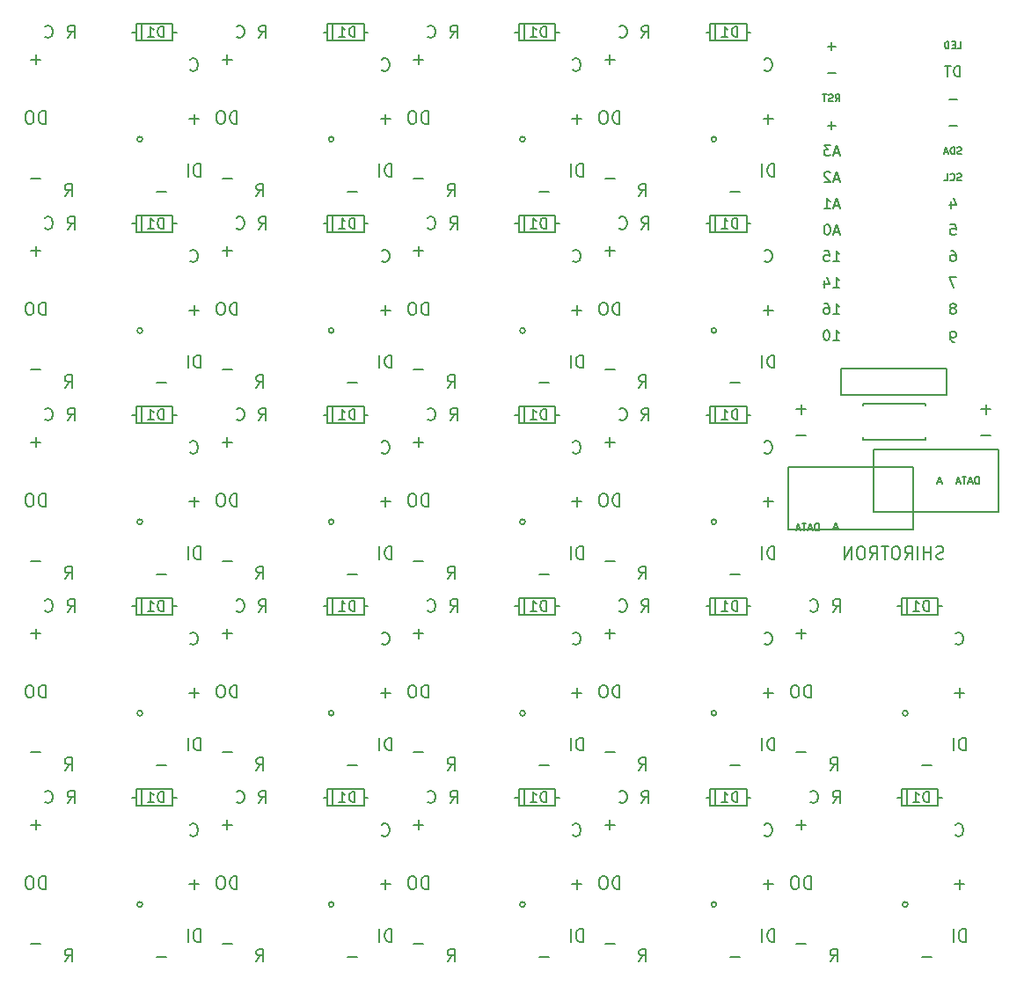
<source format=gbo>
G04 #@! TF.FileFunction,Legend,Bot*
%FSLAX46Y46*%
G04 Gerber Fmt 4.6, Leading zero omitted, Abs format (unit mm)*
G04 Created by KiCad (PCBNEW 4.0.7-e2-6376~61~ubuntu18.04.1) date Sat Jul 28 03:14:20 2018*
%MOMM*%
%LPD*%
G01*
G04 APERTURE LIST*
%ADD10C,0.150000*%
%ADD11C,0.200000*%
%ADD12C,0.167500*%
G04 APERTURE END LIST*
D10*
D11*
X170535001Y-97005714D02*
X170363572Y-97062857D01*
X170077858Y-97062857D01*
X169963572Y-97005714D01*
X169906429Y-96948571D01*
X169849286Y-96834286D01*
X169849286Y-96720000D01*
X169906429Y-96605714D01*
X169963572Y-96548571D01*
X170077858Y-96491429D01*
X170306429Y-96434286D01*
X170420715Y-96377143D01*
X170477858Y-96320000D01*
X170535001Y-96205714D01*
X170535001Y-96091429D01*
X170477858Y-95977143D01*
X170420715Y-95920000D01*
X170306429Y-95862857D01*
X170020715Y-95862857D01*
X169849286Y-95920000D01*
X169335001Y-97062857D02*
X169335001Y-95862857D01*
X169335001Y-96434286D02*
X168649286Y-96434286D01*
X168649286Y-97062857D02*
X168649286Y-95862857D01*
X168077858Y-97062857D02*
X168077858Y-95862857D01*
X166820714Y-97062857D02*
X167220714Y-96491429D01*
X167506429Y-97062857D02*
X167506429Y-95862857D01*
X167049286Y-95862857D01*
X166935000Y-95920000D01*
X166877857Y-95977143D01*
X166820714Y-96091429D01*
X166820714Y-96262857D01*
X166877857Y-96377143D01*
X166935000Y-96434286D01*
X167049286Y-96491429D01*
X167506429Y-96491429D01*
X166077857Y-95862857D02*
X165849286Y-95862857D01*
X165735000Y-95920000D01*
X165620714Y-96034286D01*
X165563572Y-96262857D01*
X165563572Y-96662857D01*
X165620714Y-96891429D01*
X165735000Y-97005714D01*
X165849286Y-97062857D01*
X166077857Y-97062857D01*
X166192143Y-97005714D01*
X166306429Y-96891429D01*
X166363572Y-96662857D01*
X166363572Y-96262857D01*
X166306429Y-96034286D01*
X166192143Y-95920000D01*
X166077857Y-95862857D01*
X165220714Y-95862857D02*
X164535000Y-95862857D01*
X164877857Y-97062857D02*
X164877857Y-95862857D01*
X163449285Y-97062857D02*
X163849285Y-96491429D01*
X164135000Y-97062857D02*
X164135000Y-95862857D01*
X163677857Y-95862857D01*
X163563571Y-95920000D01*
X163506428Y-95977143D01*
X163449285Y-96091429D01*
X163449285Y-96262857D01*
X163506428Y-96377143D01*
X163563571Y-96434286D01*
X163677857Y-96491429D01*
X164135000Y-96491429D01*
X162706428Y-95862857D02*
X162477857Y-95862857D01*
X162363571Y-95920000D01*
X162249285Y-96034286D01*
X162192143Y-96262857D01*
X162192143Y-96662857D01*
X162249285Y-96891429D01*
X162363571Y-97005714D01*
X162477857Y-97062857D01*
X162706428Y-97062857D01*
X162820714Y-97005714D01*
X162935000Y-96891429D01*
X162992143Y-96662857D01*
X162992143Y-96262857D01*
X162935000Y-96034286D01*
X162820714Y-95920000D01*
X162706428Y-95862857D01*
X161677857Y-97062857D02*
X161677857Y-95862857D01*
X160992142Y-97062857D01*
X160992142Y-95862857D01*
X157302143Y-104225714D02*
X156387857Y-104225714D01*
X156845000Y-104682857D02*
X156845000Y-103768571D01*
X159902571Y-102142857D02*
X160302571Y-101571429D01*
X160588286Y-102142857D02*
X160588286Y-100942857D01*
X160131143Y-100942857D01*
X160016857Y-101000000D01*
X159959714Y-101057143D01*
X159902571Y-101171429D01*
X159902571Y-101342857D01*
X159959714Y-101457143D01*
X160016857Y-101514286D01*
X160131143Y-101571429D01*
X160588286Y-101571429D01*
X157787857Y-110397857D02*
X157787857Y-109197857D01*
X157502142Y-109197857D01*
X157330714Y-109255000D01*
X157216428Y-109369286D01*
X157159285Y-109483571D01*
X157102142Y-109712143D01*
X157102142Y-109883571D01*
X157159285Y-110112143D01*
X157216428Y-110226429D01*
X157330714Y-110340714D01*
X157502142Y-110397857D01*
X157787857Y-110397857D01*
X156359285Y-109197857D02*
X156130714Y-109197857D01*
X156016428Y-109255000D01*
X155902142Y-109369286D01*
X155845000Y-109597857D01*
X155845000Y-109997857D01*
X155902142Y-110226429D01*
X156016428Y-110340714D01*
X156130714Y-110397857D01*
X156359285Y-110397857D01*
X156473571Y-110340714D01*
X156587857Y-110226429D01*
X156645000Y-109997857D01*
X156645000Y-109597857D01*
X156587857Y-109369286D01*
X156473571Y-109255000D01*
X156359285Y-109197857D01*
X157743571Y-102028571D02*
X157800714Y-102085714D01*
X157972143Y-102142857D01*
X158086429Y-102142857D01*
X158257857Y-102085714D01*
X158372143Y-101971429D01*
X158429286Y-101857143D01*
X158486429Y-101628571D01*
X158486429Y-101457143D01*
X158429286Y-101228571D01*
X158372143Y-101114286D01*
X158257857Y-101000000D01*
X158086429Y-100942857D01*
X157972143Y-100942857D01*
X157800714Y-101000000D01*
X157743571Y-101057143D01*
X172542143Y-109940714D02*
X171627857Y-109940714D01*
X172085000Y-110397857D02*
X172085000Y-109483571D01*
X171713571Y-105203571D02*
X171770714Y-105260714D01*
X171942143Y-105317857D01*
X172056429Y-105317857D01*
X172227857Y-105260714D01*
X172342143Y-105146429D01*
X172399286Y-105032143D01*
X172456429Y-104803571D01*
X172456429Y-104632143D01*
X172399286Y-104403571D01*
X172342143Y-104289286D01*
X172227857Y-104175000D01*
X172056429Y-104117857D01*
X171942143Y-104117857D01*
X171770714Y-104175000D01*
X171713571Y-104232143D01*
X157302143Y-115655714D02*
X156387857Y-115655714D01*
X172542143Y-128355714D02*
X171627857Y-128355714D01*
X172085000Y-128812857D02*
X172085000Y-127898571D01*
X172685000Y-133892857D02*
X172685000Y-132692857D01*
X172399285Y-132692857D01*
X172227857Y-132750000D01*
X172113571Y-132864286D01*
X172056428Y-132978571D01*
X171999285Y-133207143D01*
X171999285Y-133378571D01*
X172056428Y-133607143D01*
X172113571Y-133721429D01*
X172227857Y-133835714D01*
X172399285Y-133892857D01*
X172685000Y-133892857D01*
X171485000Y-133892857D02*
X171485000Y-132692857D01*
X169367143Y-135340714D02*
X168452857Y-135340714D01*
X171713571Y-123618571D02*
X171770714Y-123675714D01*
X171942143Y-123732857D01*
X172056429Y-123732857D01*
X172227857Y-123675714D01*
X172342143Y-123561429D01*
X172399286Y-123447143D01*
X172456429Y-123218571D01*
X172456429Y-123047143D01*
X172399286Y-122818571D01*
X172342143Y-122704286D01*
X172227857Y-122590000D01*
X172056429Y-122532857D01*
X171942143Y-122532857D01*
X171770714Y-122590000D01*
X171713571Y-122647143D01*
X157302143Y-134070714D02*
X156387857Y-134070714D01*
X159648571Y-135797857D02*
X160048571Y-135226429D01*
X160334286Y-135797857D02*
X160334286Y-134597857D01*
X159877143Y-134597857D01*
X159762857Y-134655000D01*
X159705714Y-134712143D01*
X159648571Y-134826429D01*
X159648571Y-134997857D01*
X159705714Y-135112143D01*
X159762857Y-135169286D01*
X159877143Y-135226429D01*
X160334286Y-135226429D01*
X157787857Y-128812857D02*
X157787857Y-127612857D01*
X157502142Y-127612857D01*
X157330714Y-127670000D01*
X157216428Y-127784286D01*
X157159285Y-127898571D01*
X157102142Y-128127143D01*
X157102142Y-128298571D01*
X157159285Y-128527143D01*
X157216428Y-128641429D01*
X157330714Y-128755714D01*
X157502142Y-128812857D01*
X157787857Y-128812857D01*
X156359285Y-127612857D02*
X156130714Y-127612857D01*
X156016428Y-127670000D01*
X155902142Y-127784286D01*
X155845000Y-128012857D01*
X155845000Y-128412857D01*
X155902142Y-128641429D01*
X156016428Y-128755714D01*
X156130714Y-128812857D01*
X156359285Y-128812857D01*
X156473571Y-128755714D01*
X156587857Y-128641429D01*
X156645000Y-128412857D01*
X156645000Y-128012857D01*
X156587857Y-127784286D01*
X156473571Y-127670000D01*
X156359285Y-127612857D01*
X159648571Y-117382857D02*
X160048571Y-116811429D01*
X160334286Y-117382857D02*
X160334286Y-116182857D01*
X159877143Y-116182857D01*
X159762857Y-116240000D01*
X159705714Y-116297143D01*
X159648571Y-116411429D01*
X159648571Y-116582857D01*
X159705714Y-116697143D01*
X159762857Y-116754286D01*
X159877143Y-116811429D01*
X160334286Y-116811429D01*
X159902571Y-120557857D02*
X160302571Y-119986429D01*
X160588286Y-120557857D02*
X160588286Y-119357857D01*
X160131143Y-119357857D01*
X160016857Y-119415000D01*
X159959714Y-119472143D01*
X159902571Y-119586429D01*
X159902571Y-119757857D01*
X159959714Y-119872143D01*
X160016857Y-119929286D01*
X160131143Y-119986429D01*
X160588286Y-119986429D01*
X172685000Y-115477857D02*
X172685000Y-114277857D01*
X172399285Y-114277857D01*
X172227857Y-114335000D01*
X172113571Y-114449286D01*
X172056428Y-114563571D01*
X171999285Y-114792143D01*
X171999285Y-114963571D01*
X172056428Y-115192143D01*
X172113571Y-115306429D01*
X172227857Y-115420714D01*
X172399285Y-115477857D01*
X172685000Y-115477857D01*
X171485000Y-115477857D02*
X171485000Y-114277857D01*
X169367143Y-116925714D02*
X168452857Y-116925714D01*
X157302143Y-122640714D02*
X156387857Y-122640714D01*
X156845000Y-123097857D02*
X156845000Y-122183571D01*
X157743571Y-120443571D02*
X157800714Y-120500714D01*
X157972143Y-120557857D01*
X158086429Y-120557857D01*
X158257857Y-120500714D01*
X158372143Y-120386429D01*
X158429286Y-120272143D01*
X158486429Y-120043571D01*
X158486429Y-119872143D01*
X158429286Y-119643571D01*
X158372143Y-119529286D01*
X158257857Y-119415000D01*
X158086429Y-119357857D01*
X157972143Y-119357857D01*
X157800714Y-119415000D01*
X157743571Y-119472143D01*
X138887143Y-134070714D02*
X137972857Y-134070714D01*
X120472143Y-134070714D02*
X119557857Y-134070714D01*
X102057143Y-134070714D02*
X101142857Y-134070714D01*
X83642143Y-134070714D02*
X82727857Y-134070714D01*
X138887143Y-115655714D02*
X137972857Y-115655714D01*
X120472143Y-115655714D02*
X119557857Y-115655714D01*
X102057143Y-115655714D02*
X101142857Y-115655714D01*
X83642143Y-115655714D02*
X82727857Y-115655714D01*
X138887143Y-97240714D02*
X137972857Y-97240714D01*
X120472143Y-97240714D02*
X119557857Y-97240714D01*
X102057143Y-97240714D02*
X101142857Y-97240714D01*
X83642143Y-97240714D02*
X82727857Y-97240714D01*
X138887143Y-78825714D02*
X137972857Y-78825714D01*
X120472143Y-78825714D02*
X119557857Y-78825714D01*
X102057143Y-78825714D02*
X101142857Y-78825714D01*
X83642143Y-78825714D02*
X82727857Y-78825714D01*
X138887143Y-60410714D02*
X137972857Y-60410714D01*
X120472143Y-60410714D02*
X119557857Y-60410714D01*
X102057143Y-60410714D02*
X101142857Y-60410714D01*
X141233571Y-135797857D02*
X141633571Y-135226429D01*
X141919286Y-135797857D02*
X141919286Y-134597857D01*
X141462143Y-134597857D01*
X141347857Y-134655000D01*
X141290714Y-134712143D01*
X141233571Y-134826429D01*
X141233571Y-134997857D01*
X141290714Y-135112143D01*
X141347857Y-135169286D01*
X141462143Y-135226429D01*
X141919286Y-135226429D01*
X122818571Y-135797857D02*
X123218571Y-135226429D01*
X123504286Y-135797857D02*
X123504286Y-134597857D01*
X123047143Y-134597857D01*
X122932857Y-134655000D01*
X122875714Y-134712143D01*
X122818571Y-134826429D01*
X122818571Y-134997857D01*
X122875714Y-135112143D01*
X122932857Y-135169286D01*
X123047143Y-135226429D01*
X123504286Y-135226429D01*
X104403571Y-135797857D02*
X104803571Y-135226429D01*
X105089286Y-135797857D02*
X105089286Y-134597857D01*
X104632143Y-134597857D01*
X104517857Y-134655000D01*
X104460714Y-134712143D01*
X104403571Y-134826429D01*
X104403571Y-134997857D01*
X104460714Y-135112143D01*
X104517857Y-135169286D01*
X104632143Y-135226429D01*
X105089286Y-135226429D01*
X85988571Y-135797857D02*
X86388571Y-135226429D01*
X86674286Y-135797857D02*
X86674286Y-134597857D01*
X86217143Y-134597857D01*
X86102857Y-134655000D01*
X86045714Y-134712143D01*
X85988571Y-134826429D01*
X85988571Y-134997857D01*
X86045714Y-135112143D01*
X86102857Y-135169286D01*
X86217143Y-135226429D01*
X86674286Y-135226429D01*
X141233571Y-117382857D02*
X141633571Y-116811429D01*
X141919286Y-117382857D02*
X141919286Y-116182857D01*
X141462143Y-116182857D01*
X141347857Y-116240000D01*
X141290714Y-116297143D01*
X141233571Y-116411429D01*
X141233571Y-116582857D01*
X141290714Y-116697143D01*
X141347857Y-116754286D01*
X141462143Y-116811429D01*
X141919286Y-116811429D01*
X122818571Y-117382857D02*
X123218571Y-116811429D01*
X123504286Y-117382857D02*
X123504286Y-116182857D01*
X123047143Y-116182857D01*
X122932857Y-116240000D01*
X122875714Y-116297143D01*
X122818571Y-116411429D01*
X122818571Y-116582857D01*
X122875714Y-116697143D01*
X122932857Y-116754286D01*
X123047143Y-116811429D01*
X123504286Y-116811429D01*
X104403571Y-117382857D02*
X104803571Y-116811429D01*
X105089286Y-117382857D02*
X105089286Y-116182857D01*
X104632143Y-116182857D01*
X104517857Y-116240000D01*
X104460714Y-116297143D01*
X104403571Y-116411429D01*
X104403571Y-116582857D01*
X104460714Y-116697143D01*
X104517857Y-116754286D01*
X104632143Y-116811429D01*
X105089286Y-116811429D01*
X85988571Y-117382857D02*
X86388571Y-116811429D01*
X86674286Y-117382857D02*
X86674286Y-116182857D01*
X86217143Y-116182857D01*
X86102857Y-116240000D01*
X86045714Y-116297143D01*
X85988571Y-116411429D01*
X85988571Y-116582857D01*
X86045714Y-116697143D01*
X86102857Y-116754286D01*
X86217143Y-116811429D01*
X86674286Y-116811429D01*
X141233571Y-98967857D02*
X141633571Y-98396429D01*
X141919286Y-98967857D02*
X141919286Y-97767857D01*
X141462143Y-97767857D01*
X141347857Y-97825000D01*
X141290714Y-97882143D01*
X141233571Y-97996429D01*
X141233571Y-98167857D01*
X141290714Y-98282143D01*
X141347857Y-98339286D01*
X141462143Y-98396429D01*
X141919286Y-98396429D01*
X122818571Y-98967857D02*
X123218571Y-98396429D01*
X123504286Y-98967857D02*
X123504286Y-97767857D01*
X123047143Y-97767857D01*
X122932857Y-97825000D01*
X122875714Y-97882143D01*
X122818571Y-97996429D01*
X122818571Y-98167857D01*
X122875714Y-98282143D01*
X122932857Y-98339286D01*
X123047143Y-98396429D01*
X123504286Y-98396429D01*
X104403571Y-98967857D02*
X104803571Y-98396429D01*
X105089286Y-98967857D02*
X105089286Y-97767857D01*
X104632143Y-97767857D01*
X104517857Y-97825000D01*
X104460714Y-97882143D01*
X104403571Y-97996429D01*
X104403571Y-98167857D01*
X104460714Y-98282143D01*
X104517857Y-98339286D01*
X104632143Y-98396429D01*
X105089286Y-98396429D01*
X85988571Y-98967857D02*
X86388571Y-98396429D01*
X86674286Y-98967857D02*
X86674286Y-97767857D01*
X86217143Y-97767857D01*
X86102857Y-97825000D01*
X86045714Y-97882143D01*
X85988571Y-97996429D01*
X85988571Y-98167857D01*
X86045714Y-98282143D01*
X86102857Y-98339286D01*
X86217143Y-98396429D01*
X86674286Y-98396429D01*
X141233571Y-80552857D02*
X141633571Y-79981429D01*
X141919286Y-80552857D02*
X141919286Y-79352857D01*
X141462143Y-79352857D01*
X141347857Y-79410000D01*
X141290714Y-79467143D01*
X141233571Y-79581429D01*
X141233571Y-79752857D01*
X141290714Y-79867143D01*
X141347857Y-79924286D01*
X141462143Y-79981429D01*
X141919286Y-79981429D01*
X122818571Y-80552857D02*
X123218571Y-79981429D01*
X123504286Y-80552857D02*
X123504286Y-79352857D01*
X123047143Y-79352857D01*
X122932857Y-79410000D01*
X122875714Y-79467143D01*
X122818571Y-79581429D01*
X122818571Y-79752857D01*
X122875714Y-79867143D01*
X122932857Y-79924286D01*
X123047143Y-79981429D01*
X123504286Y-79981429D01*
X104403571Y-80552857D02*
X104803571Y-79981429D01*
X105089286Y-80552857D02*
X105089286Y-79352857D01*
X104632143Y-79352857D01*
X104517857Y-79410000D01*
X104460714Y-79467143D01*
X104403571Y-79581429D01*
X104403571Y-79752857D01*
X104460714Y-79867143D01*
X104517857Y-79924286D01*
X104632143Y-79981429D01*
X105089286Y-79981429D01*
X85988571Y-80552857D02*
X86388571Y-79981429D01*
X86674286Y-80552857D02*
X86674286Y-79352857D01*
X86217143Y-79352857D01*
X86102857Y-79410000D01*
X86045714Y-79467143D01*
X85988571Y-79581429D01*
X85988571Y-79752857D01*
X86045714Y-79867143D01*
X86102857Y-79924286D01*
X86217143Y-79981429D01*
X86674286Y-79981429D01*
X141233571Y-62137857D02*
X141633571Y-61566429D01*
X141919286Y-62137857D02*
X141919286Y-60937857D01*
X141462143Y-60937857D01*
X141347857Y-60995000D01*
X141290714Y-61052143D01*
X141233571Y-61166429D01*
X141233571Y-61337857D01*
X141290714Y-61452143D01*
X141347857Y-61509286D01*
X141462143Y-61566429D01*
X141919286Y-61566429D01*
X122818571Y-62137857D02*
X123218571Y-61566429D01*
X123504286Y-62137857D02*
X123504286Y-60937857D01*
X123047143Y-60937857D01*
X122932857Y-60995000D01*
X122875714Y-61052143D01*
X122818571Y-61166429D01*
X122818571Y-61337857D01*
X122875714Y-61452143D01*
X122932857Y-61509286D01*
X123047143Y-61566429D01*
X123504286Y-61566429D01*
X104403571Y-62137857D02*
X104803571Y-61566429D01*
X105089286Y-62137857D02*
X105089286Y-60937857D01*
X104632143Y-60937857D01*
X104517857Y-60995000D01*
X104460714Y-61052143D01*
X104403571Y-61166429D01*
X104403571Y-61337857D01*
X104460714Y-61452143D01*
X104517857Y-61509286D01*
X104632143Y-61566429D01*
X105089286Y-61566429D01*
X138887143Y-122640714D02*
X137972857Y-122640714D01*
X138430000Y-123097857D02*
X138430000Y-122183571D01*
X120472143Y-122640714D02*
X119557857Y-122640714D01*
X120015000Y-123097857D02*
X120015000Y-122183571D01*
X102057143Y-122640714D02*
X101142857Y-122640714D01*
X101600000Y-123097857D02*
X101600000Y-122183571D01*
X83642143Y-122640714D02*
X82727857Y-122640714D01*
X83185000Y-123097857D02*
X83185000Y-122183571D01*
X138887143Y-104225714D02*
X137972857Y-104225714D01*
X138430000Y-104682857D02*
X138430000Y-103768571D01*
X120472143Y-104225714D02*
X119557857Y-104225714D01*
X120015000Y-104682857D02*
X120015000Y-103768571D01*
X102057143Y-104225714D02*
X101142857Y-104225714D01*
X101600000Y-104682857D02*
X101600000Y-103768571D01*
X83642143Y-104225714D02*
X82727857Y-104225714D01*
X83185000Y-104682857D02*
X83185000Y-103768571D01*
X138887143Y-85810714D02*
X137972857Y-85810714D01*
X138430000Y-86267857D02*
X138430000Y-85353571D01*
X120472143Y-85810714D02*
X119557857Y-85810714D01*
X120015000Y-86267857D02*
X120015000Y-85353571D01*
X102057143Y-85810714D02*
X101142857Y-85810714D01*
X101600000Y-86267857D02*
X101600000Y-85353571D01*
X83642143Y-85810714D02*
X82727857Y-85810714D01*
X83185000Y-86267857D02*
X83185000Y-85353571D01*
X138887143Y-67395714D02*
X137972857Y-67395714D01*
X138430000Y-67852857D02*
X138430000Y-66938571D01*
X120472143Y-67395714D02*
X119557857Y-67395714D01*
X120015000Y-67852857D02*
X120015000Y-66938571D01*
X102057143Y-67395714D02*
X101142857Y-67395714D01*
X101600000Y-67852857D02*
X101600000Y-66938571D01*
X83642143Y-67395714D02*
X82727857Y-67395714D01*
X83185000Y-67852857D02*
X83185000Y-66938571D01*
X138887143Y-48980714D02*
X137972857Y-48980714D01*
X138430000Y-49437857D02*
X138430000Y-48523571D01*
X120472143Y-48980714D02*
X119557857Y-48980714D01*
X120015000Y-49437857D02*
X120015000Y-48523571D01*
X102057143Y-48980714D02*
X101142857Y-48980714D01*
X101600000Y-49437857D02*
X101600000Y-48523571D01*
X139328571Y-120443571D02*
X139385714Y-120500714D01*
X139557143Y-120557857D01*
X139671429Y-120557857D01*
X139842857Y-120500714D01*
X139957143Y-120386429D01*
X140014286Y-120272143D01*
X140071429Y-120043571D01*
X140071429Y-119872143D01*
X140014286Y-119643571D01*
X139957143Y-119529286D01*
X139842857Y-119415000D01*
X139671429Y-119357857D01*
X139557143Y-119357857D01*
X139385714Y-119415000D01*
X139328571Y-119472143D01*
X120913571Y-120443571D02*
X120970714Y-120500714D01*
X121142143Y-120557857D01*
X121256429Y-120557857D01*
X121427857Y-120500714D01*
X121542143Y-120386429D01*
X121599286Y-120272143D01*
X121656429Y-120043571D01*
X121656429Y-119872143D01*
X121599286Y-119643571D01*
X121542143Y-119529286D01*
X121427857Y-119415000D01*
X121256429Y-119357857D01*
X121142143Y-119357857D01*
X120970714Y-119415000D01*
X120913571Y-119472143D01*
X102498571Y-120443571D02*
X102555714Y-120500714D01*
X102727143Y-120557857D01*
X102841429Y-120557857D01*
X103012857Y-120500714D01*
X103127143Y-120386429D01*
X103184286Y-120272143D01*
X103241429Y-120043571D01*
X103241429Y-119872143D01*
X103184286Y-119643571D01*
X103127143Y-119529286D01*
X103012857Y-119415000D01*
X102841429Y-119357857D01*
X102727143Y-119357857D01*
X102555714Y-119415000D01*
X102498571Y-119472143D01*
X84083571Y-120443571D02*
X84140714Y-120500714D01*
X84312143Y-120557857D01*
X84426429Y-120557857D01*
X84597857Y-120500714D01*
X84712143Y-120386429D01*
X84769286Y-120272143D01*
X84826429Y-120043571D01*
X84826429Y-119872143D01*
X84769286Y-119643571D01*
X84712143Y-119529286D01*
X84597857Y-119415000D01*
X84426429Y-119357857D01*
X84312143Y-119357857D01*
X84140714Y-119415000D01*
X84083571Y-119472143D01*
X139328571Y-102028571D02*
X139385714Y-102085714D01*
X139557143Y-102142857D01*
X139671429Y-102142857D01*
X139842857Y-102085714D01*
X139957143Y-101971429D01*
X140014286Y-101857143D01*
X140071429Y-101628571D01*
X140071429Y-101457143D01*
X140014286Y-101228571D01*
X139957143Y-101114286D01*
X139842857Y-101000000D01*
X139671429Y-100942857D01*
X139557143Y-100942857D01*
X139385714Y-101000000D01*
X139328571Y-101057143D01*
X120913571Y-102028571D02*
X120970714Y-102085714D01*
X121142143Y-102142857D01*
X121256429Y-102142857D01*
X121427857Y-102085714D01*
X121542143Y-101971429D01*
X121599286Y-101857143D01*
X121656429Y-101628571D01*
X121656429Y-101457143D01*
X121599286Y-101228571D01*
X121542143Y-101114286D01*
X121427857Y-101000000D01*
X121256429Y-100942857D01*
X121142143Y-100942857D01*
X120970714Y-101000000D01*
X120913571Y-101057143D01*
X102498571Y-102028571D02*
X102555714Y-102085714D01*
X102727143Y-102142857D01*
X102841429Y-102142857D01*
X103012857Y-102085714D01*
X103127143Y-101971429D01*
X103184286Y-101857143D01*
X103241429Y-101628571D01*
X103241429Y-101457143D01*
X103184286Y-101228571D01*
X103127143Y-101114286D01*
X103012857Y-101000000D01*
X102841429Y-100942857D01*
X102727143Y-100942857D01*
X102555714Y-101000000D01*
X102498571Y-101057143D01*
X84083571Y-102028571D02*
X84140714Y-102085714D01*
X84312143Y-102142857D01*
X84426429Y-102142857D01*
X84597857Y-102085714D01*
X84712143Y-101971429D01*
X84769286Y-101857143D01*
X84826429Y-101628571D01*
X84826429Y-101457143D01*
X84769286Y-101228571D01*
X84712143Y-101114286D01*
X84597857Y-101000000D01*
X84426429Y-100942857D01*
X84312143Y-100942857D01*
X84140714Y-101000000D01*
X84083571Y-101057143D01*
X139328571Y-83613571D02*
X139385714Y-83670714D01*
X139557143Y-83727857D01*
X139671429Y-83727857D01*
X139842857Y-83670714D01*
X139957143Y-83556429D01*
X140014286Y-83442143D01*
X140071429Y-83213571D01*
X140071429Y-83042143D01*
X140014286Y-82813571D01*
X139957143Y-82699286D01*
X139842857Y-82585000D01*
X139671429Y-82527857D01*
X139557143Y-82527857D01*
X139385714Y-82585000D01*
X139328571Y-82642143D01*
X120913571Y-83613571D02*
X120970714Y-83670714D01*
X121142143Y-83727857D01*
X121256429Y-83727857D01*
X121427857Y-83670714D01*
X121542143Y-83556429D01*
X121599286Y-83442143D01*
X121656429Y-83213571D01*
X121656429Y-83042143D01*
X121599286Y-82813571D01*
X121542143Y-82699286D01*
X121427857Y-82585000D01*
X121256429Y-82527857D01*
X121142143Y-82527857D01*
X120970714Y-82585000D01*
X120913571Y-82642143D01*
X102498571Y-83613571D02*
X102555714Y-83670714D01*
X102727143Y-83727857D01*
X102841429Y-83727857D01*
X103012857Y-83670714D01*
X103127143Y-83556429D01*
X103184286Y-83442143D01*
X103241429Y-83213571D01*
X103241429Y-83042143D01*
X103184286Y-82813571D01*
X103127143Y-82699286D01*
X103012857Y-82585000D01*
X102841429Y-82527857D01*
X102727143Y-82527857D01*
X102555714Y-82585000D01*
X102498571Y-82642143D01*
X84083571Y-83613571D02*
X84140714Y-83670714D01*
X84312143Y-83727857D01*
X84426429Y-83727857D01*
X84597857Y-83670714D01*
X84712143Y-83556429D01*
X84769286Y-83442143D01*
X84826429Y-83213571D01*
X84826429Y-83042143D01*
X84769286Y-82813571D01*
X84712143Y-82699286D01*
X84597857Y-82585000D01*
X84426429Y-82527857D01*
X84312143Y-82527857D01*
X84140714Y-82585000D01*
X84083571Y-82642143D01*
X139328571Y-65198571D02*
X139385714Y-65255714D01*
X139557143Y-65312857D01*
X139671429Y-65312857D01*
X139842857Y-65255714D01*
X139957143Y-65141429D01*
X140014286Y-65027143D01*
X140071429Y-64798571D01*
X140071429Y-64627143D01*
X140014286Y-64398571D01*
X139957143Y-64284286D01*
X139842857Y-64170000D01*
X139671429Y-64112857D01*
X139557143Y-64112857D01*
X139385714Y-64170000D01*
X139328571Y-64227143D01*
X120913571Y-65198571D02*
X120970714Y-65255714D01*
X121142143Y-65312857D01*
X121256429Y-65312857D01*
X121427857Y-65255714D01*
X121542143Y-65141429D01*
X121599286Y-65027143D01*
X121656429Y-64798571D01*
X121656429Y-64627143D01*
X121599286Y-64398571D01*
X121542143Y-64284286D01*
X121427857Y-64170000D01*
X121256429Y-64112857D01*
X121142143Y-64112857D01*
X120970714Y-64170000D01*
X120913571Y-64227143D01*
X102498571Y-65198571D02*
X102555714Y-65255714D01*
X102727143Y-65312857D01*
X102841429Y-65312857D01*
X103012857Y-65255714D01*
X103127143Y-65141429D01*
X103184286Y-65027143D01*
X103241429Y-64798571D01*
X103241429Y-64627143D01*
X103184286Y-64398571D01*
X103127143Y-64284286D01*
X103012857Y-64170000D01*
X102841429Y-64112857D01*
X102727143Y-64112857D01*
X102555714Y-64170000D01*
X102498571Y-64227143D01*
X84083571Y-65198571D02*
X84140714Y-65255714D01*
X84312143Y-65312857D01*
X84426429Y-65312857D01*
X84597857Y-65255714D01*
X84712143Y-65141429D01*
X84769286Y-65027143D01*
X84826429Y-64798571D01*
X84826429Y-64627143D01*
X84769286Y-64398571D01*
X84712143Y-64284286D01*
X84597857Y-64170000D01*
X84426429Y-64112857D01*
X84312143Y-64112857D01*
X84140714Y-64170000D01*
X84083571Y-64227143D01*
X139328571Y-46783571D02*
X139385714Y-46840714D01*
X139557143Y-46897857D01*
X139671429Y-46897857D01*
X139842857Y-46840714D01*
X139957143Y-46726429D01*
X140014286Y-46612143D01*
X140071429Y-46383571D01*
X140071429Y-46212143D01*
X140014286Y-45983571D01*
X139957143Y-45869286D01*
X139842857Y-45755000D01*
X139671429Y-45697857D01*
X139557143Y-45697857D01*
X139385714Y-45755000D01*
X139328571Y-45812143D01*
X120913571Y-46783571D02*
X120970714Y-46840714D01*
X121142143Y-46897857D01*
X121256429Y-46897857D01*
X121427857Y-46840714D01*
X121542143Y-46726429D01*
X121599286Y-46612143D01*
X121656429Y-46383571D01*
X121656429Y-46212143D01*
X121599286Y-45983571D01*
X121542143Y-45869286D01*
X121427857Y-45755000D01*
X121256429Y-45697857D01*
X121142143Y-45697857D01*
X120970714Y-45755000D01*
X120913571Y-45812143D01*
X102498571Y-46783571D02*
X102555714Y-46840714D01*
X102727143Y-46897857D01*
X102841429Y-46897857D01*
X103012857Y-46840714D01*
X103127143Y-46726429D01*
X103184286Y-46612143D01*
X103241429Y-46383571D01*
X103241429Y-46212143D01*
X103184286Y-45983571D01*
X103127143Y-45869286D01*
X103012857Y-45755000D01*
X102841429Y-45697857D01*
X102727143Y-45697857D01*
X102555714Y-45755000D01*
X102498571Y-45812143D01*
X141487571Y-120557857D02*
X141887571Y-119986429D01*
X142173286Y-120557857D02*
X142173286Y-119357857D01*
X141716143Y-119357857D01*
X141601857Y-119415000D01*
X141544714Y-119472143D01*
X141487571Y-119586429D01*
X141487571Y-119757857D01*
X141544714Y-119872143D01*
X141601857Y-119929286D01*
X141716143Y-119986429D01*
X142173286Y-119986429D01*
X123072571Y-120557857D02*
X123472571Y-119986429D01*
X123758286Y-120557857D02*
X123758286Y-119357857D01*
X123301143Y-119357857D01*
X123186857Y-119415000D01*
X123129714Y-119472143D01*
X123072571Y-119586429D01*
X123072571Y-119757857D01*
X123129714Y-119872143D01*
X123186857Y-119929286D01*
X123301143Y-119986429D01*
X123758286Y-119986429D01*
X104657571Y-120557857D02*
X105057571Y-119986429D01*
X105343286Y-120557857D02*
X105343286Y-119357857D01*
X104886143Y-119357857D01*
X104771857Y-119415000D01*
X104714714Y-119472143D01*
X104657571Y-119586429D01*
X104657571Y-119757857D01*
X104714714Y-119872143D01*
X104771857Y-119929286D01*
X104886143Y-119986429D01*
X105343286Y-119986429D01*
X86242571Y-120557857D02*
X86642571Y-119986429D01*
X86928286Y-120557857D02*
X86928286Y-119357857D01*
X86471143Y-119357857D01*
X86356857Y-119415000D01*
X86299714Y-119472143D01*
X86242571Y-119586429D01*
X86242571Y-119757857D01*
X86299714Y-119872143D01*
X86356857Y-119929286D01*
X86471143Y-119986429D01*
X86928286Y-119986429D01*
X141487571Y-102142857D02*
X141887571Y-101571429D01*
X142173286Y-102142857D02*
X142173286Y-100942857D01*
X141716143Y-100942857D01*
X141601857Y-101000000D01*
X141544714Y-101057143D01*
X141487571Y-101171429D01*
X141487571Y-101342857D01*
X141544714Y-101457143D01*
X141601857Y-101514286D01*
X141716143Y-101571429D01*
X142173286Y-101571429D01*
X123072571Y-102142857D02*
X123472571Y-101571429D01*
X123758286Y-102142857D02*
X123758286Y-100942857D01*
X123301143Y-100942857D01*
X123186857Y-101000000D01*
X123129714Y-101057143D01*
X123072571Y-101171429D01*
X123072571Y-101342857D01*
X123129714Y-101457143D01*
X123186857Y-101514286D01*
X123301143Y-101571429D01*
X123758286Y-101571429D01*
X104657571Y-102142857D02*
X105057571Y-101571429D01*
X105343286Y-102142857D02*
X105343286Y-100942857D01*
X104886143Y-100942857D01*
X104771857Y-101000000D01*
X104714714Y-101057143D01*
X104657571Y-101171429D01*
X104657571Y-101342857D01*
X104714714Y-101457143D01*
X104771857Y-101514286D01*
X104886143Y-101571429D01*
X105343286Y-101571429D01*
X86242571Y-102142857D02*
X86642571Y-101571429D01*
X86928286Y-102142857D02*
X86928286Y-100942857D01*
X86471143Y-100942857D01*
X86356857Y-101000000D01*
X86299714Y-101057143D01*
X86242571Y-101171429D01*
X86242571Y-101342857D01*
X86299714Y-101457143D01*
X86356857Y-101514286D01*
X86471143Y-101571429D01*
X86928286Y-101571429D01*
X141487571Y-83727857D02*
X141887571Y-83156429D01*
X142173286Y-83727857D02*
X142173286Y-82527857D01*
X141716143Y-82527857D01*
X141601857Y-82585000D01*
X141544714Y-82642143D01*
X141487571Y-82756429D01*
X141487571Y-82927857D01*
X141544714Y-83042143D01*
X141601857Y-83099286D01*
X141716143Y-83156429D01*
X142173286Y-83156429D01*
X123072571Y-83727857D02*
X123472571Y-83156429D01*
X123758286Y-83727857D02*
X123758286Y-82527857D01*
X123301143Y-82527857D01*
X123186857Y-82585000D01*
X123129714Y-82642143D01*
X123072571Y-82756429D01*
X123072571Y-82927857D01*
X123129714Y-83042143D01*
X123186857Y-83099286D01*
X123301143Y-83156429D01*
X123758286Y-83156429D01*
X104657571Y-83727857D02*
X105057571Y-83156429D01*
X105343286Y-83727857D02*
X105343286Y-82527857D01*
X104886143Y-82527857D01*
X104771857Y-82585000D01*
X104714714Y-82642143D01*
X104657571Y-82756429D01*
X104657571Y-82927857D01*
X104714714Y-83042143D01*
X104771857Y-83099286D01*
X104886143Y-83156429D01*
X105343286Y-83156429D01*
X86242571Y-83727857D02*
X86642571Y-83156429D01*
X86928286Y-83727857D02*
X86928286Y-82527857D01*
X86471143Y-82527857D01*
X86356857Y-82585000D01*
X86299714Y-82642143D01*
X86242571Y-82756429D01*
X86242571Y-82927857D01*
X86299714Y-83042143D01*
X86356857Y-83099286D01*
X86471143Y-83156429D01*
X86928286Y-83156429D01*
X141487571Y-65312857D02*
X141887571Y-64741429D01*
X142173286Y-65312857D02*
X142173286Y-64112857D01*
X141716143Y-64112857D01*
X141601857Y-64170000D01*
X141544714Y-64227143D01*
X141487571Y-64341429D01*
X141487571Y-64512857D01*
X141544714Y-64627143D01*
X141601857Y-64684286D01*
X141716143Y-64741429D01*
X142173286Y-64741429D01*
X123072571Y-65312857D02*
X123472571Y-64741429D01*
X123758286Y-65312857D02*
X123758286Y-64112857D01*
X123301143Y-64112857D01*
X123186857Y-64170000D01*
X123129714Y-64227143D01*
X123072571Y-64341429D01*
X123072571Y-64512857D01*
X123129714Y-64627143D01*
X123186857Y-64684286D01*
X123301143Y-64741429D01*
X123758286Y-64741429D01*
X104657571Y-65312857D02*
X105057571Y-64741429D01*
X105343286Y-65312857D02*
X105343286Y-64112857D01*
X104886143Y-64112857D01*
X104771857Y-64170000D01*
X104714714Y-64227143D01*
X104657571Y-64341429D01*
X104657571Y-64512857D01*
X104714714Y-64627143D01*
X104771857Y-64684286D01*
X104886143Y-64741429D01*
X105343286Y-64741429D01*
X86242571Y-65312857D02*
X86642571Y-64741429D01*
X86928286Y-65312857D02*
X86928286Y-64112857D01*
X86471143Y-64112857D01*
X86356857Y-64170000D01*
X86299714Y-64227143D01*
X86242571Y-64341429D01*
X86242571Y-64512857D01*
X86299714Y-64627143D01*
X86356857Y-64684286D01*
X86471143Y-64741429D01*
X86928286Y-64741429D01*
X141487571Y-46897857D02*
X141887571Y-46326429D01*
X142173286Y-46897857D02*
X142173286Y-45697857D01*
X141716143Y-45697857D01*
X141601857Y-45755000D01*
X141544714Y-45812143D01*
X141487571Y-45926429D01*
X141487571Y-46097857D01*
X141544714Y-46212143D01*
X141601857Y-46269286D01*
X141716143Y-46326429D01*
X142173286Y-46326429D01*
X123072571Y-46897857D02*
X123472571Y-46326429D01*
X123758286Y-46897857D02*
X123758286Y-45697857D01*
X123301143Y-45697857D01*
X123186857Y-45755000D01*
X123129714Y-45812143D01*
X123072571Y-45926429D01*
X123072571Y-46097857D01*
X123129714Y-46212143D01*
X123186857Y-46269286D01*
X123301143Y-46326429D01*
X123758286Y-46326429D01*
X104657571Y-46897857D02*
X105057571Y-46326429D01*
X105343286Y-46897857D02*
X105343286Y-45697857D01*
X104886143Y-45697857D01*
X104771857Y-45755000D01*
X104714714Y-45812143D01*
X104657571Y-45926429D01*
X104657571Y-46097857D01*
X104714714Y-46212143D01*
X104771857Y-46269286D01*
X104886143Y-46326429D01*
X105343286Y-46326429D01*
X139372857Y-128812857D02*
X139372857Y-127612857D01*
X139087142Y-127612857D01*
X138915714Y-127670000D01*
X138801428Y-127784286D01*
X138744285Y-127898571D01*
X138687142Y-128127143D01*
X138687142Y-128298571D01*
X138744285Y-128527143D01*
X138801428Y-128641429D01*
X138915714Y-128755714D01*
X139087142Y-128812857D01*
X139372857Y-128812857D01*
X137944285Y-127612857D02*
X137715714Y-127612857D01*
X137601428Y-127670000D01*
X137487142Y-127784286D01*
X137430000Y-128012857D01*
X137430000Y-128412857D01*
X137487142Y-128641429D01*
X137601428Y-128755714D01*
X137715714Y-128812857D01*
X137944285Y-128812857D01*
X138058571Y-128755714D01*
X138172857Y-128641429D01*
X138230000Y-128412857D01*
X138230000Y-128012857D01*
X138172857Y-127784286D01*
X138058571Y-127670000D01*
X137944285Y-127612857D01*
X120957857Y-128812857D02*
X120957857Y-127612857D01*
X120672142Y-127612857D01*
X120500714Y-127670000D01*
X120386428Y-127784286D01*
X120329285Y-127898571D01*
X120272142Y-128127143D01*
X120272142Y-128298571D01*
X120329285Y-128527143D01*
X120386428Y-128641429D01*
X120500714Y-128755714D01*
X120672142Y-128812857D01*
X120957857Y-128812857D01*
X119529285Y-127612857D02*
X119300714Y-127612857D01*
X119186428Y-127670000D01*
X119072142Y-127784286D01*
X119015000Y-128012857D01*
X119015000Y-128412857D01*
X119072142Y-128641429D01*
X119186428Y-128755714D01*
X119300714Y-128812857D01*
X119529285Y-128812857D01*
X119643571Y-128755714D01*
X119757857Y-128641429D01*
X119815000Y-128412857D01*
X119815000Y-128012857D01*
X119757857Y-127784286D01*
X119643571Y-127670000D01*
X119529285Y-127612857D01*
X102542857Y-128812857D02*
X102542857Y-127612857D01*
X102257142Y-127612857D01*
X102085714Y-127670000D01*
X101971428Y-127784286D01*
X101914285Y-127898571D01*
X101857142Y-128127143D01*
X101857142Y-128298571D01*
X101914285Y-128527143D01*
X101971428Y-128641429D01*
X102085714Y-128755714D01*
X102257142Y-128812857D01*
X102542857Y-128812857D01*
X101114285Y-127612857D02*
X100885714Y-127612857D01*
X100771428Y-127670000D01*
X100657142Y-127784286D01*
X100600000Y-128012857D01*
X100600000Y-128412857D01*
X100657142Y-128641429D01*
X100771428Y-128755714D01*
X100885714Y-128812857D01*
X101114285Y-128812857D01*
X101228571Y-128755714D01*
X101342857Y-128641429D01*
X101400000Y-128412857D01*
X101400000Y-128012857D01*
X101342857Y-127784286D01*
X101228571Y-127670000D01*
X101114285Y-127612857D01*
X84127857Y-128812857D02*
X84127857Y-127612857D01*
X83842142Y-127612857D01*
X83670714Y-127670000D01*
X83556428Y-127784286D01*
X83499285Y-127898571D01*
X83442142Y-128127143D01*
X83442142Y-128298571D01*
X83499285Y-128527143D01*
X83556428Y-128641429D01*
X83670714Y-128755714D01*
X83842142Y-128812857D01*
X84127857Y-128812857D01*
X82699285Y-127612857D02*
X82470714Y-127612857D01*
X82356428Y-127670000D01*
X82242142Y-127784286D01*
X82185000Y-128012857D01*
X82185000Y-128412857D01*
X82242142Y-128641429D01*
X82356428Y-128755714D01*
X82470714Y-128812857D01*
X82699285Y-128812857D01*
X82813571Y-128755714D01*
X82927857Y-128641429D01*
X82985000Y-128412857D01*
X82985000Y-128012857D01*
X82927857Y-127784286D01*
X82813571Y-127670000D01*
X82699285Y-127612857D01*
X139372857Y-110397857D02*
X139372857Y-109197857D01*
X139087142Y-109197857D01*
X138915714Y-109255000D01*
X138801428Y-109369286D01*
X138744285Y-109483571D01*
X138687142Y-109712143D01*
X138687142Y-109883571D01*
X138744285Y-110112143D01*
X138801428Y-110226429D01*
X138915714Y-110340714D01*
X139087142Y-110397857D01*
X139372857Y-110397857D01*
X137944285Y-109197857D02*
X137715714Y-109197857D01*
X137601428Y-109255000D01*
X137487142Y-109369286D01*
X137430000Y-109597857D01*
X137430000Y-109997857D01*
X137487142Y-110226429D01*
X137601428Y-110340714D01*
X137715714Y-110397857D01*
X137944285Y-110397857D01*
X138058571Y-110340714D01*
X138172857Y-110226429D01*
X138230000Y-109997857D01*
X138230000Y-109597857D01*
X138172857Y-109369286D01*
X138058571Y-109255000D01*
X137944285Y-109197857D01*
X120957857Y-110397857D02*
X120957857Y-109197857D01*
X120672142Y-109197857D01*
X120500714Y-109255000D01*
X120386428Y-109369286D01*
X120329285Y-109483571D01*
X120272142Y-109712143D01*
X120272142Y-109883571D01*
X120329285Y-110112143D01*
X120386428Y-110226429D01*
X120500714Y-110340714D01*
X120672142Y-110397857D01*
X120957857Y-110397857D01*
X119529285Y-109197857D02*
X119300714Y-109197857D01*
X119186428Y-109255000D01*
X119072142Y-109369286D01*
X119015000Y-109597857D01*
X119015000Y-109997857D01*
X119072142Y-110226429D01*
X119186428Y-110340714D01*
X119300714Y-110397857D01*
X119529285Y-110397857D01*
X119643571Y-110340714D01*
X119757857Y-110226429D01*
X119815000Y-109997857D01*
X119815000Y-109597857D01*
X119757857Y-109369286D01*
X119643571Y-109255000D01*
X119529285Y-109197857D01*
X102542857Y-110397857D02*
X102542857Y-109197857D01*
X102257142Y-109197857D01*
X102085714Y-109255000D01*
X101971428Y-109369286D01*
X101914285Y-109483571D01*
X101857142Y-109712143D01*
X101857142Y-109883571D01*
X101914285Y-110112143D01*
X101971428Y-110226429D01*
X102085714Y-110340714D01*
X102257142Y-110397857D01*
X102542857Y-110397857D01*
X101114285Y-109197857D02*
X100885714Y-109197857D01*
X100771428Y-109255000D01*
X100657142Y-109369286D01*
X100600000Y-109597857D01*
X100600000Y-109997857D01*
X100657142Y-110226429D01*
X100771428Y-110340714D01*
X100885714Y-110397857D01*
X101114285Y-110397857D01*
X101228571Y-110340714D01*
X101342857Y-110226429D01*
X101400000Y-109997857D01*
X101400000Y-109597857D01*
X101342857Y-109369286D01*
X101228571Y-109255000D01*
X101114285Y-109197857D01*
X84127857Y-110397857D02*
X84127857Y-109197857D01*
X83842142Y-109197857D01*
X83670714Y-109255000D01*
X83556428Y-109369286D01*
X83499285Y-109483571D01*
X83442142Y-109712143D01*
X83442142Y-109883571D01*
X83499285Y-110112143D01*
X83556428Y-110226429D01*
X83670714Y-110340714D01*
X83842142Y-110397857D01*
X84127857Y-110397857D01*
X82699285Y-109197857D02*
X82470714Y-109197857D01*
X82356428Y-109255000D01*
X82242142Y-109369286D01*
X82185000Y-109597857D01*
X82185000Y-109997857D01*
X82242142Y-110226429D01*
X82356428Y-110340714D01*
X82470714Y-110397857D01*
X82699285Y-110397857D01*
X82813571Y-110340714D01*
X82927857Y-110226429D01*
X82985000Y-109997857D01*
X82985000Y-109597857D01*
X82927857Y-109369286D01*
X82813571Y-109255000D01*
X82699285Y-109197857D01*
X139372857Y-91982857D02*
X139372857Y-90782857D01*
X139087142Y-90782857D01*
X138915714Y-90840000D01*
X138801428Y-90954286D01*
X138744285Y-91068571D01*
X138687142Y-91297143D01*
X138687142Y-91468571D01*
X138744285Y-91697143D01*
X138801428Y-91811429D01*
X138915714Y-91925714D01*
X139087142Y-91982857D01*
X139372857Y-91982857D01*
X137944285Y-90782857D02*
X137715714Y-90782857D01*
X137601428Y-90840000D01*
X137487142Y-90954286D01*
X137430000Y-91182857D01*
X137430000Y-91582857D01*
X137487142Y-91811429D01*
X137601428Y-91925714D01*
X137715714Y-91982857D01*
X137944285Y-91982857D01*
X138058571Y-91925714D01*
X138172857Y-91811429D01*
X138230000Y-91582857D01*
X138230000Y-91182857D01*
X138172857Y-90954286D01*
X138058571Y-90840000D01*
X137944285Y-90782857D01*
X120957857Y-91982857D02*
X120957857Y-90782857D01*
X120672142Y-90782857D01*
X120500714Y-90840000D01*
X120386428Y-90954286D01*
X120329285Y-91068571D01*
X120272142Y-91297143D01*
X120272142Y-91468571D01*
X120329285Y-91697143D01*
X120386428Y-91811429D01*
X120500714Y-91925714D01*
X120672142Y-91982857D01*
X120957857Y-91982857D01*
X119529285Y-90782857D02*
X119300714Y-90782857D01*
X119186428Y-90840000D01*
X119072142Y-90954286D01*
X119015000Y-91182857D01*
X119015000Y-91582857D01*
X119072142Y-91811429D01*
X119186428Y-91925714D01*
X119300714Y-91982857D01*
X119529285Y-91982857D01*
X119643571Y-91925714D01*
X119757857Y-91811429D01*
X119815000Y-91582857D01*
X119815000Y-91182857D01*
X119757857Y-90954286D01*
X119643571Y-90840000D01*
X119529285Y-90782857D01*
X102542857Y-91982857D02*
X102542857Y-90782857D01*
X102257142Y-90782857D01*
X102085714Y-90840000D01*
X101971428Y-90954286D01*
X101914285Y-91068571D01*
X101857142Y-91297143D01*
X101857142Y-91468571D01*
X101914285Y-91697143D01*
X101971428Y-91811429D01*
X102085714Y-91925714D01*
X102257142Y-91982857D01*
X102542857Y-91982857D01*
X101114285Y-90782857D02*
X100885714Y-90782857D01*
X100771428Y-90840000D01*
X100657142Y-90954286D01*
X100600000Y-91182857D01*
X100600000Y-91582857D01*
X100657142Y-91811429D01*
X100771428Y-91925714D01*
X100885714Y-91982857D01*
X101114285Y-91982857D01*
X101228571Y-91925714D01*
X101342857Y-91811429D01*
X101400000Y-91582857D01*
X101400000Y-91182857D01*
X101342857Y-90954286D01*
X101228571Y-90840000D01*
X101114285Y-90782857D01*
X84127857Y-91982857D02*
X84127857Y-90782857D01*
X83842142Y-90782857D01*
X83670714Y-90840000D01*
X83556428Y-90954286D01*
X83499285Y-91068571D01*
X83442142Y-91297143D01*
X83442142Y-91468571D01*
X83499285Y-91697143D01*
X83556428Y-91811429D01*
X83670714Y-91925714D01*
X83842142Y-91982857D01*
X84127857Y-91982857D01*
X82699285Y-90782857D02*
X82470714Y-90782857D01*
X82356428Y-90840000D01*
X82242142Y-90954286D01*
X82185000Y-91182857D01*
X82185000Y-91582857D01*
X82242142Y-91811429D01*
X82356428Y-91925714D01*
X82470714Y-91982857D01*
X82699285Y-91982857D01*
X82813571Y-91925714D01*
X82927857Y-91811429D01*
X82985000Y-91582857D01*
X82985000Y-91182857D01*
X82927857Y-90954286D01*
X82813571Y-90840000D01*
X82699285Y-90782857D01*
X139372857Y-73567857D02*
X139372857Y-72367857D01*
X139087142Y-72367857D01*
X138915714Y-72425000D01*
X138801428Y-72539286D01*
X138744285Y-72653571D01*
X138687142Y-72882143D01*
X138687142Y-73053571D01*
X138744285Y-73282143D01*
X138801428Y-73396429D01*
X138915714Y-73510714D01*
X139087142Y-73567857D01*
X139372857Y-73567857D01*
X137944285Y-72367857D02*
X137715714Y-72367857D01*
X137601428Y-72425000D01*
X137487142Y-72539286D01*
X137430000Y-72767857D01*
X137430000Y-73167857D01*
X137487142Y-73396429D01*
X137601428Y-73510714D01*
X137715714Y-73567857D01*
X137944285Y-73567857D01*
X138058571Y-73510714D01*
X138172857Y-73396429D01*
X138230000Y-73167857D01*
X138230000Y-72767857D01*
X138172857Y-72539286D01*
X138058571Y-72425000D01*
X137944285Y-72367857D01*
X120957857Y-73567857D02*
X120957857Y-72367857D01*
X120672142Y-72367857D01*
X120500714Y-72425000D01*
X120386428Y-72539286D01*
X120329285Y-72653571D01*
X120272142Y-72882143D01*
X120272142Y-73053571D01*
X120329285Y-73282143D01*
X120386428Y-73396429D01*
X120500714Y-73510714D01*
X120672142Y-73567857D01*
X120957857Y-73567857D01*
X119529285Y-72367857D02*
X119300714Y-72367857D01*
X119186428Y-72425000D01*
X119072142Y-72539286D01*
X119015000Y-72767857D01*
X119015000Y-73167857D01*
X119072142Y-73396429D01*
X119186428Y-73510714D01*
X119300714Y-73567857D01*
X119529285Y-73567857D01*
X119643571Y-73510714D01*
X119757857Y-73396429D01*
X119815000Y-73167857D01*
X119815000Y-72767857D01*
X119757857Y-72539286D01*
X119643571Y-72425000D01*
X119529285Y-72367857D01*
X102542857Y-73567857D02*
X102542857Y-72367857D01*
X102257142Y-72367857D01*
X102085714Y-72425000D01*
X101971428Y-72539286D01*
X101914285Y-72653571D01*
X101857142Y-72882143D01*
X101857142Y-73053571D01*
X101914285Y-73282143D01*
X101971428Y-73396429D01*
X102085714Y-73510714D01*
X102257142Y-73567857D01*
X102542857Y-73567857D01*
X101114285Y-72367857D02*
X100885714Y-72367857D01*
X100771428Y-72425000D01*
X100657142Y-72539286D01*
X100600000Y-72767857D01*
X100600000Y-73167857D01*
X100657142Y-73396429D01*
X100771428Y-73510714D01*
X100885714Y-73567857D01*
X101114285Y-73567857D01*
X101228571Y-73510714D01*
X101342857Y-73396429D01*
X101400000Y-73167857D01*
X101400000Y-72767857D01*
X101342857Y-72539286D01*
X101228571Y-72425000D01*
X101114285Y-72367857D01*
X84127857Y-73567857D02*
X84127857Y-72367857D01*
X83842142Y-72367857D01*
X83670714Y-72425000D01*
X83556428Y-72539286D01*
X83499285Y-72653571D01*
X83442142Y-72882143D01*
X83442142Y-73053571D01*
X83499285Y-73282143D01*
X83556428Y-73396429D01*
X83670714Y-73510714D01*
X83842142Y-73567857D01*
X84127857Y-73567857D01*
X82699285Y-72367857D02*
X82470714Y-72367857D01*
X82356428Y-72425000D01*
X82242142Y-72539286D01*
X82185000Y-72767857D01*
X82185000Y-73167857D01*
X82242142Y-73396429D01*
X82356428Y-73510714D01*
X82470714Y-73567857D01*
X82699285Y-73567857D01*
X82813571Y-73510714D01*
X82927857Y-73396429D01*
X82985000Y-73167857D01*
X82985000Y-72767857D01*
X82927857Y-72539286D01*
X82813571Y-72425000D01*
X82699285Y-72367857D01*
X139372857Y-55152857D02*
X139372857Y-53952857D01*
X139087142Y-53952857D01*
X138915714Y-54010000D01*
X138801428Y-54124286D01*
X138744285Y-54238571D01*
X138687142Y-54467143D01*
X138687142Y-54638571D01*
X138744285Y-54867143D01*
X138801428Y-54981429D01*
X138915714Y-55095714D01*
X139087142Y-55152857D01*
X139372857Y-55152857D01*
X137944285Y-53952857D02*
X137715714Y-53952857D01*
X137601428Y-54010000D01*
X137487142Y-54124286D01*
X137430000Y-54352857D01*
X137430000Y-54752857D01*
X137487142Y-54981429D01*
X137601428Y-55095714D01*
X137715714Y-55152857D01*
X137944285Y-55152857D01*
X138058571Y-55095714D01*
X138172857Y-54981429D01*
X138230000Y-54752857D01*
X138230000Y-54352857D01*
X138172857Y-54124286D01*
X138058571Y-54010000D01*
X137944285Y-53952857D01*
X120957857Y-55152857D02*
X120957857Y-53952857D01*
X120672142Y-53952857D01*
X120500714Y-54010000D01*
X120386428Y-54124286D01*
X120329285Y-54238571D01*
X120272142Y-54467143D01*
X120272142Y-54638571D01*
X120329285Y-54867143D01*
X120386428Y-54981429D01*
X120500714Y-55095714D01*
X120672142Y-55152857D01*
X120957857Y-55152857D01*
X119529285Y-53952857D02*
X119300714Y-53952857D01*
X119186428Y-54010000D01*
X119072142Y-54124286D01*
X119015000Y-54352857D01*
X119015000Y-54752857D01*
X119072142Y-54981429D01*
X119186428Y-55095714D01*
X119300714Y-55152857D01*
X119529285Y-55152857D01*
X119643571Y-55095714D01*
X119757857Y-54981429D01*
X119815000Y-54752857D01*
X119815000Y-54352857D01*
X119757857Y-54124286D01*
X119643571Y-54010000D01*
X119529285Y-53952857D01*
X102542857Y-55152857D02*
X102542857Y-53952857D01*
X102257142Y-53952857D01*
X102085714Y-54010000D01*
X101971428Y-54124286D01*
X101914285Y-54238571D01*
X101857142Y-54467143D01*
X101857142Y-54638571D01*
X101914285Y-54867143D01*
X101971428Y-54981429D01*
X102085714Y-55095714D01*
X102257142Y-55152857D01*
X102542857Y-55152857D01*
X101114285Y-53952857D02*
X100885714Y-53952857D01*
X100771428Y-54010000D01*
X100657142Y-54124286D01*
X100600000Y-54352857D01*
X100600000Y-54752857D01*
X100657142Y-54981429D01*
X100771428Y-55095714D01*
X100885714Y-55152857D01*
X101114285Y-55152857D01*
X101228571Y-55095714D01*
X101342857Y-54981429D01*
X101400000Y-54752857D01*
X101400000Y-54352857D01*
X101342857Y-54124286D01*
X101228571Y-54010000D01*
X101114285Y-53952857D01*
X154127143Y-128355714D02*
X153212857Y-128355714D01*
X153670000Y-128812857D02*
X153670000Y-127898571D01*
X135712143Y-128355714D02*
X134797857Y-128355714D01*
X135255000Y-128812857D02*
X135255000Y-127898571D01*
X117297143Y-128355714D02*
X116382857Y-128355714D01*
X116840000Y-128812857D02*
X116840000Y-127898571D01*
X98882143Y-128355714D02*
X97967857Y-128355714D01*
X98425000Y-128812857D02*
X98425000Y-127898571D01*
X154127143Y-109940714D02*
X153212857Y-109940714D01*
X153670000Y-110397857D02*
X153670000Y-109483571D01*
X135712143Y-109940714D02*
X134797857Y-109940714D01*
X135255000Y-110397857D02*
X135255000Y-109483571D01*
X117297143Y-109940714D02*
X116382857Y-109940714D01*
X116840000Y-110397857D02*
X116840000Y-109483571D01*
X98882143Y-109940714D02*
X97967857Y-109940714D01*
X98425000Y-110397857D02*
X98425000Y-109483571D01*
X154127143Y-91525714D02*
X153212857Y-91525714D01*
X153670000Y-91982857D02*
X153670000Y-91068571D01*
X135712143Y-91525714D02*
X134797857Y-91525714D01*
X135255000Y-91982857D02*
X135255000Y-91068571D01*
X117297143Y-91525714D02*
X116382857Y-91525714D01*
X116840000Y-91982857D02*
X116840000Y-91068571D01*
X98882143Y-91525714D02*
X97967857Y-91525714D01*
X98425000Y-91982857D02*
X98425000Y-91068571D01*
X154127143Y-73110714D02*
X153212857Y-73110714D01*
X153670000Y-73567857D02*
X153670000Y-72653571D01*
X135712143Y-73110714D02*
X134797857Y-73110714D01*
X135255000Y-73567857D02*
X135255000Y-72653571D01*
X117297143Y-73110714D02*
X116382857Y-73110714D01*
X116840000Y-73567857D02*
X116840000Y-72653571D01*
X98882143Y-73110714D02*
X97967857Y-73110714D01*
X98425000Y-73567857D02*
X98425000Y-72653571D01*
X154127143Y-54695714D02*
X153212857Y-54695714D01*
X153670000Y-55152857D02*
X153670000Y-54238571D01*
X135712143Y-54695714D02*
X134797857Y-54695714D01*
X135255000Y-55152857D02*
X135255000Y-54238571D01*
X117297143Y-54695714D02*
X116382857Y-54695714D01*
X116840000Y-55152857D02*
X116840000Y-54238571D01*
X153298571Y-123618571D02*
X153355714Y-123675714D01*
X153527143Y-123732857D01*
X153641429Y-123732857D01*
X153812857Y-123675714D01*
X153927143Y-123561429D01*
X153984286Y-123447143D01*
X154041429Y-123218571D01*
X154041429Y-123047143D01*
X153984286Y-122818571D01*
X153927143Y-122704286D01*
X153812857Y-122590000D01*
X153641429Y-122532857D01*
X153527143Y-122532857D01*
X153355714Y-122590000D01*
X153298571Y-122647143D01*
X134883571Y-123618571D02*
X134940714Y-123675714D01*
X135112143Y-123732857D01*
X135226429Y-123732857D01*
X135397857Y-123675714D01*
X135512143Y-123561429D01*
X135569286Y-123447143D01*
X135626429Y-123218571D01*
X135626429Y-123047143D01*
X135569286Y-122818571D01*
X135512143Y-122704286D01*
X135397857Y-122590000D01*
X135226429Y-122532857D01*
X135112143Y-122532857D01*
X134940714Y-122590000D01*
X134883571Y-122647143D01*
X116468571Y-123618571D02*
X116525714Y-123675714D01*
X116697143Y-123732857D01*
X116811429Y-123732857D01*
X116982857Y-123675714D01*
X117097143Y-123561429D01*
X117154286Y-123447143D01*
X117211429Y-123218571D01*
X117211429Y-123047143D01*
X117154286Y-122818571D01*
X117097143Y-122704286D01*
X116982857Y-122590000D01*
X116811429Y-122532857D01*
X116697143Y-122532857D01*
X116525714Y-122590000D01*
X116468571Y-122647143D01*
X98053571Y-123618571D02*
X98110714Y-123675714D01*
X98282143Y-123732857D01*
X98396429Y-123732857D01*
X98567857Y-123675714D01*
X98682143Y-123561429D01*
X98739286Y-123447143D01*
X98796429Y-123218571D01*
X98796429Y-123047143D01*
X98739286Y-122818571D01*
X98682143Y-122704286D01*
X98567857Y-122590000D01*
X98396429Y-122532857D01*
X98282143Y-122532857D01*
X98110714Y-122590000D01*
X98053571Y-122647143D01*
X153298571Y-105203571D02*
X153355714Y-105260714D01*
X153527143Y-105317857D01*
X153641429Y-105317857D01*
X153812857Y-105260714D01*
X153927143Y-105146429D01*
X153984286Y-105032143D01*
X154041429Y-104803571D01*
X154041429Y-104632143D01*
X153984286Y-104403571D01*
X153927143Y-104289286D01*
X153812857Y-104175000D01*
X153641429Y-104117857D01*
X153527143Y-104117857D01*
X153355714Y-104175000D01*
X153298571Y-104232143D01*
X134883571Y-105203571D02*
X134940714Y-105260714D01*
X135112143Y-105317857D01*
X135226429Y-105317857D01*
X135397857Y-105260714D01*
X135512143Y-105146429D01*
X135569286Y-105032143D01*
X135626429Y-104803571D01*
X135626429Y-104632143D01*
X135569286Y-104403571D01*
X135512143Y-104289286D01*
X135397857Y-104175000D01*
X135226429Y-104117857D01*
X135112143Y-104117857D01*
X134940714Y-104175000D01*
X134883571Y-104232143D01*
X116468571Y-105203571D02*
X116525714Y-105260714D01*
X116697143Y-105317857D01*
X116811429Y-105317857D01*
X116982857Y-105260714D01*
X117097143Y-105146429D01*
X117154286Y-105032143D01*
X117211429Y-104803571D01*
X117211429Y-104632143D01*
X117154286Y-104403571D01*
X117097143Y-104289286D01*
X116982857Y-104175000D01*
X116811429Y-104117857D01*
X116697143Y-104117857D01*
X116525714Y-104175000D01*
X116468571Y-104232143D01*
X98053571Y-105203571D02*
X98110714Y-105260714D01*
X98282143Y-105317857D01*
X98396429Y-105317857D01*
X98567857Y-105260714D01*
X98682143Y-105146429D01*
X98739286Y-105032143D01*
X98796429Y-104803571D01*
X98796429Y-104632143D01*
X98739286Y-104403571D01*
X98682143Y-104289286D01*
X98567857Y-104175000D01*
X98396429Y-104117857D01*
X98282143Y-104117857D01*
X98110714Y-104175000D01*
X98053571Y-104232143D01*
X153298571Y-86788571D02*
X153355714Y-86845714D01*
X153527143Y-86902857D01*
X153641429Y-86902857D01*
X153812857Y-86845714D01*
X153927143Y-86731429D01*
X153984286Y-86617143D01*
X154041429Y-86388571D01*
X154041429Y-86217143D01*
X153984286Y-85988571D01*
X153927143Y-85874286D01*
X153812857Y-85760000D01*
X153641429Y-85702857D01*
X153527143Y-85702857D01*
X153355714Y-85760000D01*
X153298571Y-85817143D01*
X134883571Y-86788571D02*
X134940714Y-86845714D01*
X135112143Y-86902857D01*
X135226429Y-86902857D01*
X135397857Y-86845714D01*
X135512143Y-86731429D01*
X135569286Y-86617143D01*
X135626429Y-86388571D01*
X135626429Y-86217143D01*
X135569286Y-85988571D01*
X135512143Y-85874286D01*
X135397857Y-85760000D01*
X135226429Y-85702857D01*
X135112143Y-85702857D01*
X134940714Y-85760000D01*
X134883571Y-85817143D01*
X116468571Y-86788571D02*
X116525714Y-86845714D01*
X116697143Y-86902857D01*
X116811429Y-86902857D01*
X116982857Y-86845714D01*
X117097143Y-86731429D01*
X117154286Y-86617143D01*
X117211429Y-86388571D01*
X117211429Y-86217143D01*
X117154286Y-85988571D01*
X117097143Y-85874286D01*
X116982857Y-85760000D01*
X116811429Y-85702857D01*
X116697143Y-85702857D01*
X116525714Y-85760000D01*
X116468571Y-85817143D01*
X98053571Y-86788571D02*
X98110714Y-86845714D01*
X98282143Y-86902857D01*
X98396429Y-86902857D01*
X98567857Y-86845714D01*
X98682143Y-86731429D01*
X98739286Y-86617143D01*
X98796429Y-86388571D01*
X98796429Y-86217143D01*
X98739286Y-85988571D01*
X98682143Y-85874286D01*
X98567857Y-85760000D01*
X98396429Y-85702857D01*
X98282143Y-85702857D01*
X98110714Y-85760000D01*
X98053571Y-85817143D01*
X153298571Y-68373571D02*
X153355714Y-68430714D01*
X153527143Y-68487857D01*
X153641429Y-68487857D01*
X153812857Y-68430714D01*
X153927143Y-68316429D01*
X153984286Y-68202143D01*
X154041429Y-67973571D01*
X154041429Y-67802143D01*
X153984286Y-67573571D01*
X153927143Y-67459286D01*
X153812857Y-67345000D01*
X153641429Y-67287857D01*
X153527143Y-67287857D01*
X153355714Y-67345000D01*
X153298571Y-67402143D01*
X134883571Y-68373571D02*
X134940714Y-68430714D01*
X135112143Y-68487857D01*
X135226429Y-68487857D01*
X135397857Y-68430714D01*
X135512143Y-68316429D01*
X135569286Y-68202143D01*
X135626429Y-67973571D01*
X135626429Y-67802143D01*
X135569286Y-67573571D01*
X135512143Y-67459286D01*
X135397857Y-67345000D01*
X135226429Y-67287857D01*
X135112143Y-67287857D01*
X134940714Y-67345000D01*
X134883571Y-67402143D01*
X116468571Y-68373571D02*
X116525714Y-68430714D01*
X116697143Y-68487857D01*
X116811429Y-68487857D01*
X116982857Y-68430714D01*
X117097143Y-68316429D01*
X117154286Y-68202143D01*
X117211429Y-67973571D01*
X117211429Y-67802143D01*
X117154286Y-67573571D01*
X117097143Y-67459286D01*
X116982857Y-67345000D01*
X116811429Y-67287857D01*
X116697143Y-67287857D01*
X116525714Y-67345000D01*
X116468571Y-67402143D01*
X98053571Y-68373571D02*
X98110714Y-68430714D01*
X98282143Y-68487857D01*
X98396429Y-68487857D01*
X98567857Y-68430714D01*
X98682143Y-68316429D01*
X98739286Y-68202143D01*
X98796429Y-67973571D01*
X98796429Y-67802143D01*
X98739286Y-67573571D01*
X98682143Y-67459286D01*
X98567857Y-67345000D01*
X98396429Y-67287857D01*
X98282143Y-67287857D01*
X98110714Y-67345000D01*
X98053571Y-67402143D01*
X153298571Y-49958571D02*
X153355714Y-50015714D01*
X153527143Y-50072857D01*
X153641429Y-50072857D01*
X153812857Y-50015714D01*
X153927143Y-49901429D01*
X153984286Y-49787143D01*
X154041429Y-49558571D01*
X154041429Y-49387143D01*
X153984286Y-49158571D01*
X153927143Y-49044286D01*
X153812857Y-48930000D01*
X153641429Y-48872857D01*
X153527143Y-48872857D01*
X153355714Y-48930000D01*
X153298571Y-48987143D01*
X134883571Y-49958571D02*
X134940714Y-50015714D01*
X135112143Y-50072857D01*
X135226429Y-50072857D01*
X135397857Y-50015714D01*
X135512143Y-49901429D01*
X135569286Y-49787143D01*
X135626429Y-49558571D01*
X135626429Y-49387143D01*
X135569286Y-49158571D01*
X135512143Y-49044286D01*
X135397857Y-48930000D01*
X135226429Y-48872857D01*
X135112143Y-48872857D01*
X134940714Y-48930000D01*
X134883571Y-48987143D01*
X116468571Y-49958571D02*
X116525714Y-50015714D01*
X116697143Y-50072857D01*
X116811429Y-50072857D01*
X116982857Y-50015714D01*
X117097143Y-49901429D01*
X117154286Y-49787143D01*
X117211429Y-49558571D01*
X117211429Y-49387143D01*
X117154286Y-49158571D01*
X117097143Y-49044286D01*
X116982857Y-48930000D01*
X116811429Y-48872857D01*
X116697143Y-48872857D01*
X116525714Y-48930000D01*
X116468571Y-48987143D01*
X154270000Y-133892857D02*
X154270000Y-132692857D01*
X153984285Y-132692857D01*
X153812857Y-132750000D01*
X153698571Y-132864286D01*
X153641428Y-132978571D01*
X153584285Y-133207143D01*
X153584285Y-133378571D01*
X153641428Y-133607143D01*
X153698571Y-133721429D01*
X153812857Y-133835714D01*
X153984285Y-133892857D01*
X154270000Y-133892857D01*
X153070000Y-133892857D02*
X153070000Y-132692857D01*
X135855000Y-133892857D02*
X135855000Y-132692857D01*
X135569285Y-132692857D01*
X135397857Y-132750000D01*
X135283571Y-132864286D01*
X135226428Y-132978571D01*
X135169285Y-133207143D01*
X135169285Y-133378571D01*
X135226428Y-133607143D01*
X135283571Y-133721429D01*
X135397857Y-133835714D01*
X135569285Y-133892857D01*
X135855000Y-133892857D01*
X134655000Y-133892857D02*
X134655000Y-132692857D01*
X117440000Y-133892857D02*
X117440000Y-132692857D01*
X117154285Y-132692857D01*
X116982857Y-132750000D01*
X116868571Y-132864286D01*
X116811428Y-132978571D01*
X116754285Y-133207143D01*
X116754285Y-133378571D01*
X116811428Y-133607143D01*
X116868571Y-133721429D01*
X116982857Y-133835714D01*
X117154285Y-133892857D01*
X117440000Y-133892857D01*
X116240000Y-133892857D02*
X116240000Y-132692857D01*
X99025000Y-133892857D02*
X99025000Y-132692857D01*
X98739285Y-132692857D01*
X98567857Y-132750000D01*
X98453571Y-132864286D01*
X98396428Y-132978571D01*
X98339285Y-133207143D01*
X98339285Y-133378571D01*
X98396428Y-133607143D01*
X98453571Y-133721429D01*
X98567857Y-133835714D01*
X98739285Y-133892857D01*
X99025000Y-133892857D01*
X97825000Y-133892857D02*
X97825000Y-132692857D01*
X154270000Y-115477857D02*
X154270000Y-114277857D01*
X153984285Y-114277857D01*
X153812857Y-114335000D01*
X153698571Y-114449286D01*
X153641428Y-114563571D01*
X153584285Y-114792143D01*
X153584285Y-114963571D01*
X153641428Y-115192143D01*
X153698571Y-115306429D01*
X153812857Y-115420714D01*
X153984285Y-115477857D01*
X154270000Y-115477857D01*
X153070000Y-115477857D02*
X153070000Y-114277857D01*
X135855000Y-115477857D02*
X135855000Y-114277857D01*
X135569285Y-114277857D01*
X135397857Y-114335000D01*
X135283571Y-114449286D01*
X135226428Y-114563571D01*
X135169285Y-114792143D01*
X135169285Y-114963571D01*
X135226428Y-115192143D01*
X135283571Y-115306429D01*
X135397857Y-115420714D01*
X135569285Y-115477857D01*
X135855000Y-115477857D01*
X134655000Y-115477857D02*
X134655000Y-114277857D01*
X117440000Y-115477857D02*
X117440000Y-114277857D01*
X117154285Y-114277857D01*
X116982857Y-114335000D01*
X116868571Y-114449286D01*
X116811428Y-114563571D01*
X116754285Y-114792143D01*
X116754285Y-114963571D01*
X116811428Y-115192143D01*
X116868571Y-115306429D01*
X116982857Y-115420714D01*
X117154285Y-115477857D01*
X117440000Y-115477857D01*
X116240000Y-115477857D02*
X116240000Y-114277857D01*
X99025000Y-115477857D02*
X99025000Y-114277857D01*
X98739285Y-114277857D01*
X98567857Y-114335000D01*
X98453571Y-114449286D01*
X98396428Y-114563571D01*
X98339285Y-114792143D01*
X98339285Y-114963571D01*
X98396428Y-115192143D01*
X98453571Y-115306429D01*
X98567857Y-115420714D01*
X98739285Y-115477857D01*
X99025000Y-115477857D01*
X97825000Y-115477857D02*
X97825000Y-114277857D01*
X154270000Y-97062857D02*
X154270000Y-95862857D01*
X153984285Y-95862857D01*
X153812857Y-95920000D01*
X153698571Y-96034286D01*
X153641428Y-96148571D01*
X153584285Y-96377143D01*
X153584285Y-96548571D01*
X153641428Y-96777143D01*
X153698571Y-96891429D01*
X153812857Y-97005714D01*
X153984285Y-97062857D01*
X154270000Y-97062857D01*
X153070000Y-97062857D02*
X153070000Y-95862857D01*
X135855000Y-97062857D02*
X135855000Y-95862857D01*
X135569285Y-95862857D01*
X135397857Y-95920000D01*
X135283571Y-96034286D01*
X135226428Y-96148571D01*
X135169285Y-96377143D01*
X135169285Y-96548571D01*
X135226428Y-96777143D01*
X135283571Y-96891429D01*
X135397857Y-97005714D01*
X135569285Y-97062857D01*
X135855000Y-97062857D01*
X134655000Y-97062857D02*
X134655000Y-95862857D01*
X117440000Y-97062857D02*
X117440000Y-95862857D01*
X117154285Y-95862857D01*
X116982857Y-95920000D01*
X116868571Y-96034286D01*
X116811428Y-96148571D01*
X116754285Y-96377143D01*
X116754285Y-96548571D01*
X116811428Y-96777143D01*
X116868571Y-96891429D01*
X116982857Y-97005714D01*
X117154285Y-97062857D01*
X117440000Y-97062857D01*
X116240000Y-97062857D02*
X116240000Y-95862857D01*
X99025000Y-97062857D02*
X99025000Y-95862857D01*
X98739285Y-95862857D01*
X98567857Y-95920000D01*
X98453571Y-96034286D01*
X98396428Y-96148571D01*
X98339285Y-96377143D01*
X98339285Y-96548571D01*
X98396428Y-96777143D01*
X98453571Y-96891429D01*
X98567857Y-97005714D01*
X98739285Y-97062857D01*
X99025000Y-97062857D01*
X97825000Y-97062857D02*
X97825000Y-95862857D01*
X154270000Y-78647857D02*
X154270000Y-77447857D01*
X153984285Y-77447857D01*
X153812857Y-77505000D01*
X153698571Y-77619286D01*
X153641428Y-77733571D01*
X153584285Y-77962143D01*
X153584285Y-78133571D01*
X153641428Y-78362143D01*
X153698571Y-78476429D01*
X153812857Y-78590714D01*
X153984285Y-78647857D01*
X154270000Y-78647857D01*
X153070000Y-78647857D02*
X153070000Y-77447857D01*
X135855000Y-78647857D02*
X135855000Y-77447857D01*
X135569285Y-77447857D01*
X135397857Y-77505000D01*
X135283571Y-77619286D01*
X135226428Y-77733571D01*
X135169285Y-77962143D01*
X135169285Y-78133571D01*
X135226428Y-78362143D01*
X135283571Y-78476429D01*
X135397857Y-78590714D01*
X135569285Y-78647857D01*
X135855000Y-78647857D01*
X134655000Y-78647857D02*
X134655000Y-77447857D01*
X117440000Y-78647857D02*
X117440000Y-77447857D01*
X117154285Y-77447857D01*
X116982857Y-77505000D01*
X116868571Y-77619286D01*
X116811428Y-77733571D01*
X116754285Y-77962143D01*
X116754285Y-78133571D01*
X116811428Y-78362143D01*
X116868571Y-78476429D01*
X116982857Y-78590714D01*
X117154285Y-78647857D01*
X117440000Y-78647857D01*
X116240000Y-78647857D02*
X116240000Y-77447857D01*
X99025000Y-78647857D02*
X99025000Y-77447857D01*
X98739285Y-77447857D01*
X98567857Y-77505000D01*
X98453571Y-77619286D01*
X98396428Y-77733571D01*
X98339285Y-77962143D01*
X98339285Y-78133571D01*
X98396428Y-78362143D01*
X98453571Y-78476429D01*
X98567857Y-78590714D01*
X98739285Y-78647857D01*
X99025000Y-78647857D01*
X97825000Y-78647857D02*
X97825000Y-77447857D01*
X154270000Y-60232857D02*
X154270000Y-59032857D01*
X153984285Y-59032857D01*
X153812857Y-59090000D01*
X153698571Y-59204286D01*
X153641428Y-59318571D01*
X153584285Y-59547143D01*
X153584285Y-59718571D01*
X153641428Y-59947143D01*
X153698571Y-60061429D01*
X153812857Y-60175714D01*
X153984285Y-60232857D01*
X154270000Y-60232857D01*
X153070000Y-60232857D02*
X153070000Y-59032857D01*
X135855000Y-60232857D02*
X135855000Y-59032857D01*
X135569285Y-59032857D01*
X135397857Y-59090000D01*
X135283571Y-59204286D01*
X135226428Y-59318571D01*
X135169285Y-59547143D01*
X135169285Y-59718571D01*
X135226428Y-59947143D01*
X135283571Y-60061429D01*
X135397857Y-60175714D01*
X135569285Y-60232857D01*
X135855000Y-60232857D01*
X134655000Y-60232857D02*
X134655000Y-59032857D01*
X117440000Y-60232857D02*
X117440000Y-59032857D01*
X117154285Y-59032857D01*
X116982857Y-59090000D01*
X116868571Y-59204286D01*
X116811428Y-59318571D01*
X116754285Y-59547143D01*
X116754285Y-59718571D01*
X116811428Y-59947143D01*
X116868571Y-60061429D01*
X116982857Y-60175714D01*
X117154285Y-60232857D01*
X117440000Y-60232857D01*
X116240000Y-60232857D02*
X116240000Y-59032857D01*
X150952143Y-135340714D02*
X150037857Y-135340714D01*
X132537143Y-135340714D02*
X131622857Y-135340714D01*
X114122143Y-135340714D02*
X113207857Y-135340714D01*
X95707143Y-135340714D02*
X94792857Y-135340714D01*
X150952143Y-116925714D02*
X150037857Y-116925714D01*
X132537143Y-116925714D02*
X131622857Y-116925714D01*
X114122143Y-116925714D02*
X113207857Y-116925714D01*
X95707143Y-116925714D02*
X94792857Y-116925714D01*
X150952143Y-98510714D02*
X150037857Y-98510714D01*
X132537143Y-98510714D02*
X131622857Y-98510714D01*
X114122143Y-98510714D02*
X113207857Y-98510714D01*
X95707143Y-98510714D02*
X94792857Y-98510714D01*
X150952143Y-80095714D02*
X150037857Y-80095714D01*
X132537143Y-80095714D02*
X131622857Y-80095714D01*
X114122143Y-80095714D02*
X113207857Y-80095714D01*
X95707143Y-80095714D02*
X94792857Y-80095714D01*
X150952143Y-61680714D02*
X150037857Y-61680714D01*
X132537143Y-61680714D02*
X131622857Y-61680714D01*
X114122143Y-61680714D02*
X113207857Y-61680714D01*
X175082143Y-85175714D02*
X174167857Y-85175714D01*
X175082143Y-82635714D02*
X174167857Y-82635714D01*
X174625000Y-83092857D02*
X174625000Y-82178571D01*
X157302143Y-82635714D02*
X156387857Y-82635714D01*
X156845000Y-83092857D02*
X156845000Y-82178571D01*
X157302143Y-85175714D02*
X156387857Y-85175714D01*
X160480286Y-60491667D02*
X160004095Y-60491667D01*
X160575524Y-60777381D02*
X160242191Y-59777381D01*
X159908857Y-60777381D01*
X159623143Y-59872619D02*
X159575524Y-59825000D01*
X159480286Y-59777381D01*
X159242190Y-59777381D01*
X159146952Y-59825000D01*
X159099333Y-59872619D01*
X159051714Y-59967857D01*
X159051714Y-60063095D01*
X159099333Y-60205952D01*
X159670762Y-60777381D01*
X159051714Y-60777381D01*
D12*
X171880714Y-47928095D02*
X172199761Y-47928095D01*
X172199761Y-47258095D01*
X171657380Y-47577143D02*
X171434047Y-47577143D01*
X171338333Y-47928095D02*
X171657380Y-47928095D01*
X171657380Y-47258095D01*
X171338333Y-47258095D01*
X171051190Y-47928095D02*
X171051190Y-47258095D01*
X170891666Y-47258095D01*
X170795952Y-47290000D01*
X170732143Y-47353810D01*
X170700238Y-47417619D01*
X170668333Y-47545238D01*
X170668333Y-47640952D01*
X170700238Y-47768571D01*
X170732143Y-47832381D01*
X170795952Y-47896190D01*
X170891666Y-47928095D01*
X171051190Y-47928095D01*
D11*
X171640476Y-76144381D02*
X171450000Y-76144381D01*
X171354761Y-76096762D01*
X171307142Y-76049143D01*
X171211904Y-75906286D01*
X171164285Y-75715810D01*
X171164285Y-75334857D01*
X171211904Y-75239619D01*
X171259523Y-75192000D01*
X171354761Y-75144381D01*
X171545238Y-75144381D01*
X171640476Y-75192000D01*
X171688095Y-75239619D01*
X171735714Y-75334857D01*
X171735714Y-75572952D01*
X171688095Y-75668190D01*
X171640476Y-75715810D01*
X171545238Y-75763429D01*
X171354761Y-75763429D01*
X171259523Y-75715810D01*
X171211904Y-75668190D01*
X171164285Y-75572952D01*
X171545238Y-72905952D02*
X171640476Y-72858333D01*
X171688095Y-72810714D01*
X171735714Y-72715476D01*
X171735714Y-72667857D01*
X171688095Y-72572619D01*
X171640476Y-72525000D01*
X171545238Y-72477381D01*
X171354761Y-72477381D01*
X171259523Y-72525000D01*
X171211904Y-72572619D01*
X171164285Y-72667857D01*
X171164285Y-72715476D01*
X171211904Y-72810714D01*
X171259523Y-72858333D01*
X171354761Y-72905952D01*
X171545238Y-72905952D01*
X171640476Y-72953571D01*
X171688095Y-73001190D01*
X171735714Y-73096429D01*
X171735714Y-73286905D01*
X171688095Y-73382143D01*
X171640476Y-73429762D01*
X171545238Y-73477381D01*
X171354761Y-73477381D01*
X171259523Y-73429762D01*
X171211904Y-73382143D01*
X171164285Y-73286905D01*
X171164285Y-73096429D01*
X171211904Y-73001190D01*
X171259523Y-72953571D01*
X171354761Y-72905952D01*
X171259523Y-67397381D02*
X171450000Y-67397381D01*
X171545238Y-67445000D01*
X171592857Y-67492619D01*
X171688095Y-67635476D01*
X171735714Y-67825952D01*
X171735714Y-68206905D01*
X171688095Y-68302143D01*
X171640476Y-68349762D01*
X171545238Y-68397381D01*
X171354761Y-68397381D01*
X171259523Y-68349762D01*
X171211904Y-68302143D01*
X171164285Y-68206905D01*
X171164285Y-67968810D01*
X171211904Y-67873571D01*
X171259523Y-67825952D01*
X171354761Y-67778333D01*
X171545238Y-67778333D01*
X171640476Y-67825952D01*
X171688095Y-67873571D01*
X171735714Y-67968810D01*
X171783333Y-69937381D02*
X171116666Y-69937381D01*
X171545238Y-70937381D01*
D12*
X172263571Y-58056190D02*
X172167857Y-58088095D01*
X172008333Y-58088095D01*
X171944523Y-58056190D01*
X171912619Y-58024286D01*
X171880714Y-57960476D01*
X171880714Y-57896667D01*
X171912619Y-57832857D01*
X171944523Y-57800952D01*
X172008333Y-57769048D01*
X172135952Y-57737143D01*
X172199761Y-57705238D01*
X172231666Y-57673333D01*
X172263571Y-57609524D01*
X172263571Y-57545714D01*
X172231666Y-57481905D01*
X172199761Y-57450000D01*
X172135952Y-57418095D01*
X171976428Y-57418095D01*
X171880714Y-57450000D01*
X171593571Y-58088095D02*
X171593571Y-57418095D01*
X171434047Y-57418095D01*
X171338333Y-57450000D01*
X171274524Y-57513810D01*
X171242619Y-57577619D01*
X171210714Y-57705238D01*
X171210714Y-57800952D01*
X171242619Y-57928571D01*
X171274524Y-57992381D01*
X171338333Y-58056190D01*
X171434047Y-58088095D01*
X171593571Y-58088095D01*
X170955476Y-57896667D02*
X170636428Y-57896667D01*
X171019285Y-58088095D02*
X170795952Y-57418095D01*
X170572619Y-58088095D01*
D11*
X171830952Y-55316429D02*
X171069047Y-55316429D01*
X171259523Y-62650714D02*
X171259523Y-63317381D01*
X171497619Y-62269762D02*
X171735714Y-62984048D01*
X171116666Y-62984048D01*
D12*
X172247619Y-60596190D02*
X172151905Y-60628095D01*
X171992381Y-60628095D01*
X171928571Y-60596190D01*
X171896667Y-60564286D01*
X171864762Y-60500476D01*
X171864762Y-60436667D01*
X171896667Y-60372857D01*
X171928571Y-60340952D01*
X171992381Y-60309048D01*
X172120000Y-60277143D01*
X172183809Y-60245238D01*
X172215714Y-60213333D01*
X172247619Y-60149524D01*
X172247619Y-60085714D01*
X172215714Y-60021905D01*
X172183809Y-59990000D01*
X172120000Y-59958095D01*
X171960476Y-59958095D01*
X171864762Y-59990000D01*
X171194762Y-60564286D02*
X171226667Y-60596190D01*
X171322381Y-60628095D01*
X171386191Y-60628095D01*
X171481905Y-60596190D01*
X171545714Y-60532381D01*
X171577619Y-60468571D01*
X171609524Y-60340952D01*
X171609524Y-60245238D01*
X171577619Y-60117619D01*
X171545714Y-60053810D01*
X171481905Y-59990000D01*
X171386191Y-59958095D01*
X171322381Y-59958095D01*
X171226667Y-59990000D01*
X171194762Y-60021905D01*
X170588572Y-60628095D02*
X170907619Y-60628095D01*
X170907619Y-59958095D01*
D11*
X171211904Y-64857381D02*
X171688095Y-64857381D01*
X171735714Y-65333571D01*
X171688095Y-65285952D01*
X171592857Y-65238333D01*
X171354761Y-65238333D01*
X171259523Y-65285952D01*
X171211904Y-65333571D01*
X171164285Y-65428810D01*
X171164285Y-65666905D01*
X171211904Y-65762143D01*
X171259523Y-65809762D01*
X171354761Y-65857381D01*
X171592857Y-65857381D01*
X171688095Y-65809762D01*
X171735714Y-65762143D01*
X171830952Y-52776429D02*
X171069047Y-52776429D01*
X172092857Y-50617381D02*
X172092857Y-49617381D01*
X171854762Y-49617381D01*
X171711904Y-49665000D01*
X171616666Y-49760238D01*
X171569047Y-49855476D01*
X171521428Y-50045952D01*
X171521428Y-50188810D01*
X171569047Y-50379286D01*
X171616666Y-50474524D01*
X171711904Y-50569762D01*
X171854762Y-50617381D01*
X172092857Y-50617381D01*
X171235714Y-49617381D02*
X170664285Y-49617381D01*
X170950000Y-50617381D02*
X170950000Y-49617381D01*
X159956476Y-76017381D02*
X160527905Y-76017381D01*
X160242191Y-76017381D02*
X160242191Y-75017381D01*
X160337429Y-75160238D01*
X160432667Y-75255476D01*
X160527905Y-75303095D01*
X159337429Y-75017381D02*
X159242190Y-75017381D01*
X159146952Y-75065000D01*
X159099333Y-75112619D01*
X159051714Y-75207857D01*
X159004095Y-75398333D01*
X159004095Y-75636429D01*
X159051714Y-75826905D01*
X159099333Y-75922143D01*
X159146952Y-75969762D01*
X159242190Y-76017381D01*
X159337429Y-76017381D01*
X159432667Y-75969762D01*
X159480286Y-75922143D01*
X159527905Y-75826905D01*
X159575524Y-75636429D01*
X159575524Y-75398333D01*
X159527905Y-75207857D01*
X159480286Y-75112619D01*
X159432667Y-75065000D01*
X159337429Y-75017381D01*
X159956476Y-73477381D02*
X160527905Y-73477381D01*
X160242191Y-73477381D02*
X160242191Y-72477381D01*
X160337429Y-72620238D01*
X160432667Y-72715476D01*
X160527905Y-72763095D01*
X159099333Y-72477381D02*
X159289810Y-72477381D01*
X159385048Y-72525000D01*
X159432667Y-72572619D01*
X159527905Y-72715476D01*
X159575524Y-72905952D01*
X159575524Y-73286905D01*
X159527905Y-73382143D01*
X159480286Y-73429762D01*
X159385048Y-73477381D01*
X159194571Y-73477381D01*
X159099333Y-73429762D01*
X159051714Y-73382143D01*
X159004095Y-73286905D01*
X159004095Y-73048810D01*
X159051714Y-72953571D01*
X159099333Y-72905952D01*
X159194571Y-72858333D01*
X159385048Y-72858333D01*
X159480286Y-72905952D01*
X159527905Y-72953571D01*
X159575524Y-73048810D01*
X159956476Y-70937381D02*
X160527905Y-70937381D01*
X160242191Y-70937381D02*
X160242191Y-69937381D01*
X160337429Y-70080238D01*
X160432667Y-70175476D01*
X160527905Y-70223095D01*
X159099333Y-70270714D02*
X159099333Y-70937381D01*
X159337429Y-69889762D02*
X159575524Y-70604048D01*
X158956476Y-70604048D01*
X159956476Y-68397381D02*
X160527905Y-68397381D01*
X160242191Y-68397381D02*
X160242191Y-67397381D01*
X160337429Y-67540238D01*
X160432667Y-67635476D01*
X160527905Y-67683095D01*
X159051714Y-67397381D02*
X159527905Y-67397381D01*
X159575524Y-67873571D01*
X159527905Y-67825952D01*
X159432667Y-67778333D01*
X159194571Y-67778333D01*
X159099333Y-67825952D01*
X159051714Y-67873571D01*
X159004095Y-67968810D01*
X159004095Y-68206905D01*
X159051714Y-68302143D01*
X159099333Y-68349762D01*
X159194571Y-68397381D01*
X159432667Y-68397381D01*
X159527905Y-68349762D01*
X159575524Y-68302143D01*
X160480286Y-65571667D02*
X160004095Y-65571667D01*
X160575524Y-65857381D02*
X160242191Y-64857381D01*
X159908857Y-65857381D01*
X159385048Y-64857381D02*
X159289809Y-64857381D01*
X159194571Y-64905000D01*
X159146952Y-64952619D01*
X159099333Y-65047857D01*
X159051714Y-65238333D01*
X159051714Y-65476429D01*
X159099333Y-65666905D01*
X159146952Y-65762143D01*
X159194571Y-65809762D01*
X159289809Y-65857381D01*
X159385048Y-65857381D01*
X159480286Y-65809762D01*
X159527905Y-65762143D01*
X159575524Y-65666905D01*
X159623143Y-65476429D01*
X159623143Y-65238333D01*
X159575524Y-65047857D01*
X159527905Y-64952619D01*
X159480286Y-64905000D01*
X159385048Y-64857381D01*
X160480286Y-63031667D02*
X160004095Y-63031667D01*
X160575524Y-63317381D02*
X160242191Y-62317381D01*
X159908857Y-63317381D01*
X159051714Y-63317381D02*
X159623143Y-63317381D01*
X159337429Y-63317381D02*
X159337429Y-62317381D01*
X159432667Y-62460238D01*
X159527905Y-62555476D01*
X159623143Y-62603095D01*
X160480286Y-57951667D02*
X160004095Y-57951667D01*
X160575524Y-58237381D02*
X160242191Y-57237381D01*
X159908857Y-58237381D01*
X159670762Y-57237381D02*
X159051714Y-57237381D01*
X159385048Y-57618333D01*
X159242190Y-57618333D01*
X159146952Y-57665952D01*
X159099333Y-57713571D01*
X159051714Y-57808810D01*
X159051714Y-58046905D01*
X159099333Y-58142143D01*
X159146952Y-58189762D01*
X159242190Y-58237381D01*
X159527905Y-58237381D01*
X159623143Y-58189762D01*
X159670762Y-58142143D01*
X160146952Y-55316429D02*
X159385047Y-55316429D01*
X159765999Y-55697381D02*
X159765999Y-54935476D01*
D12*
X160132904Y-53008095D02*
X160356237Y-52689048D01*
X160515761Y-53008095D02*
X160515761Y-52338095D01*
X160260523Y-52338095D01*
X160196714Y-52370000D01*
X160164809Y-52401905D01*
X160132904Y-52465714D01*
X160132904Y-52561429D01*
X160164809Y-52625238D01*
X160196714Y-52657143D01*
X160260523Y-52689048D01*
X160515761Y-52689048D01*
X159877666Y-52976190D02*
X159781952Y-53008095D01*
X159622428Y-53008095D01*
X159558618Y-52976190D01*
X159526714Y-52944286D01*
X159494809Y-52880476D01*
X159494809Y-52816667D01*
X159526714Y-52752857D01*
X159558618Y-52720952D01*
X159622428Y-52689048D01*
X159750047Y-52657143D01*
X159813856Y-52625238D01*
X159845761Y-52593333D01*
X159877666Y-52529524D01*
X159877666Y-52465714D01*
X159845761Y-52401905D01*
X159813856Y-52370000D01*
X159750047Y-52338095D01*
X159590523Y-52338095D01*
X159494809Y-52370000D01*
X159303380Y-52338095D02*
X158920523Y-52338095D01*
X159111952Y-53008095D02*
X159111952Y-52338095D01*
D11*
X160146952Y-50236429D02*
X159385047Y-50236429D01*
X160146952Y-47696429D02*
X159385047Y-47696429D01*
X159765999Y-48077381D02*
X159765999Y-47315476D01*
X83642143Y-48980714D02*
X82727857Y-48980714D01*
X83185000Y-49437857D02*
X83185000Y-48523571D01*
X83642143Y-60410714D02*
X82727857Y-60410714D01*
X84127857Y-55152857D02*
X84127857Y-53952857D01*
X83842142Y-53952857D01*
X83670714Y-54010000D01*
X83556428Y-54124286D01*
X83499285Y-54238571D01*
X83442142Y-54467143D01*
X83442142Y-54638571D01*
X83499285Y-54867143D01*
X83556428Y-54981429D01*
X83670714Y-55095714D01*
X83842142Y-55152857D01*
X84127857Y-55152857D01*
X82699285Y-53952857D02*
X82470714Y-53952857D01*
X82356428Y-54010000D01*
X82242142Y-54124286D01*
X82185000Y-54352857D01*
X82185000Y-54752857D01*
X82242142Y-54981429D01*
X82356428Y-55095714D01*
X82470714Y-55152857D01*
X82699285Y-55152857D01*
X82813571Y-55095714D01*
X82927857Y-54981429D01*
X82985000Y-54752857D01*
X82985000Y-54352857D01*
X82927857Y-54124286D01*
X82813571Y-54010000D01*
X82699285Y-53952857D01*
X95707143Y-61680714D02*
X94792857Y-61680714D01*
X99025000Y-60232857D02*
X99025000Y-59032857D01*
X98739285Y-59032857D01*
X98567857Y-59090000D01*
X98453571Y-59204286D01*
X98396428Y-59318571D01*
X98339285Y-59547143D01*
X98339285Y-59718571D01*
X98396428Y-59947143D01*
X98453571Y-60061429D01*
X98567857Y-60175714D01*
X98739285Y-60232857D01*
X99025000Y-60232857D01*
X97825000Y-60232857D02*
X97825000Y-59032857D01*
X98882143Y-54695714D02*
X97967857Y-54695714D01*
X98425000Y-55152857D02*
X98425000Y-54238571D01*
X85988571Y-62137857D02*
X86388571Y-61566429D01*
X86674286Y-62137857D02*
X86674286Y-60937857D01*
X86217143Y-60937857D01*
X86102857Y-60995000D01*
X86045714Y-61052143D01*
X85988571Y-61166429D01*
X85988571Y-61337857D01*
X86045714Y-61452143D01*
X86102857Y-61509286D01*
X86217143Y-61566429D01*
X86674286Y-61566429D01*
X84083571Y-46783571D02*
X84140714Y-46840714D01*
X84312143Y-46897857D01*
X84426429Y-46897857D01*
X84597857Y-46840714D01*
X84712143Y-46726429D01*
X84769286Y-46612143D01*
X84826429Y-46383571D01*
X84826429Y-46212143D01*
X84769286Y-45983571D01*
X84712143Y-45869286D01*
X84597857Y-45755000D01*
X84426429Y-45697857D01*
X84312143Y-45697857D01*
X84140714Y-45755000D01*
X84083571Y-45812143D01*
X98053571Y-49958571D02*
X98110714Y-50015714D01*
X98282143Y-50072857D01*
X98396429Y-50072857D01*
X98567857Y-50015714D01*
X98682143Y-49901429D01*
X98739286Y-49787143D01*
X98796429Y-49558571D01*
X98796429Y-49387143D01*
X98739286Y-49158571D01*
X98682143Y-49044286D01*
X98567857Y-48930000D01*
X98396429Y-48872857D01*
X98282143Y-48872857D01*
X98110714Y-48930000D01*
X98053571Y-48987143D01*
X86242571Y-46897857D02*
X86642571Y-46326429D01*
X86928286Y-46897857D02*
X86928286Y-45697857D01*
X86471143Y-45697857D01*
X86356857Y-45755000D01*
X86299714Y-45812143D01*
X86242571Y-45926429D01*
X86242571Y-46097857D01*
X86299714Y-46212143D01*
X86356857Y-46269286D01*
X86471143Y-46326429D01*
X86928286Y-46326429D01*
X170000000Y-120015000D02*
X170400000Y-120015000D01*
X166500000Y-120015000D02*
X166100000Y-120015000D01*
X167000000Y-120815000D02*
X167000000Y-119215000D01*
X166500000Y-120815000D02*
X170000000Y-120815000D01*
X170000000Y-120815000D02*
X170000000Y-119215000D01*
X170000000Y-119215000D02*
X166500000Y-119215000D01*
X166500000Y-119215000D02*
X166500000Y-120815000D01*
X170000000Y-101600000D02*
X170400000Y-101600000D01*
X166500000Y-101600000D02*
X166100000Y-101600000D01*
X167000000Y-102400000D02*
X167000000Y-100800000D01*
X166500000Y-102400000D02*
X170000000Y-102400000D01*
X170000000Y-102400000D02*
X170000000Y-100800000D01*
X170000000Y-100800000D02*
X166500000Y-100800000D01*
X166500000Y-100800000D02*
X166500000Y-102400000D01*
D10*
X167105000Y-111892500D02*
G75*
G03X167105000Y-111892500I-250000J0D01*
G01*
X167105000Y-130307500D02*
G75*
G03X167105000Y-130307500I-250000J0D01*
G01*
D11*
X151585000Y-120015000D02*
X151985000Y-120015000D01*
X148085000Y-120015000D02*
X147685000Y-120015000D01*
X148585000Y-120815000D02*
X148585000Y-119215000D01*
X148085000Y-120815000D02*
X151585000Y-120815000D01*
X151585000Y-120815000D02*
X151585000Y-119215000D01*
X151585000Y-119215000D02*
X148085000Y-119215000D01*
X148085000Y-119215000D02*
X148085000Y-120815000D01*
X133170000Y-120015000D02*
X133570000Y-120015000D01*
X129670000Y-120015000D02*
X129270000Y-120015000D01*
X130170000Y-120815000D02*
X130170000Y-119215000D01*
X129670000Y-120815000D02*
X133170000Y-120815000D01*
X133170000Y-120815000D02*
X133170000Y-119215000D01*
X133170000Y-119215000D02*
X129670000Y-119215000D01*
X129670000Y-119215000D02*
X129670000Y-120815000D01*
X114755000Y-120015000D02*
X115155000Y-120015000D01*
X111255000Y-120015000D02*
X110855000Y-120015000D01*
X111755000Y-120815000D02*
X111755000Y-119215000D01*
X111255000Y-120815000D02*
X114755000Y-120815000D01*
X114755000Y-120815000D02*
X114755000Y-119215000D01*
X114755000Y-119215000D02*
X111255000Y-119215000D01*
X111255000Y-119215000D02*
X111255000Y-120815000D01*
X96340000Y-120015000D02*
X96740000Y-120015000D01*
X92840000Y-120015000D02*
X92440000Y-120015000D01*
X93340000Y-120815000D02*
X93340000Y-119215000D01*
X92840000Y-120815000D02*
X96340000Y-120815000D01*
X96340000Y-120815000D02*
X96340000Y-119215000D01*
X96340000Y-119215000D02*
X92840000Y-119215000D01*
X92840000Y-119215000D02*
X92840000Y-120815000D01*
X151585000Y-101600000D02*
X151985000Y-101600000D01*
X148085000Y-101600000D02*
X147685000Y-101600000D01*
X148585000Y-102400000D02*
X148585000Y-100800000D01*
X148085000Y-102400000D02*
X151585000Y-102400000D01*
X151585000Y-102400000D02*
X151585000Y-100800000D01*
X151585000Y-100800000D02*
X148085000Y-100800000D01*
X148085000Y-100800000D02*
X148085000Y-102400000D01*
X133170000Y-101600000D02*
X133570000Y-101600000D01*
X129670000Y-101600000D02*
X129270000Y-101600000D01*
X130170000Y-102400000D02*
X130170000Y-100800000D01*
X129670000Y-102400000D02*
X133170000Y-102400000D01*
X133170000Y-102400000D02*
X133170000Y-100800000D01*
X133170000Y-100800000D02*
X129670000Y-100800000D01*
X129670000Y-100800000D02*
X129670000Y-102400000D01*
X114755000Y-101600000D02*
X115155000Y-101600000D01*
X111255000Y-101600000D02*
X110855000Y-101600000D01*
X111755000Y-102400000D02*
X111755000Y-100800000D01*
X111255000Y-102400000D02*
X114755000Y-102400000D01*
X114755000Y-102400000D02*
X114755000Y-100800000D01*
X114755000Y-100800000D02*
X111255000Y-100800000D01*
X111255000Y-100800000D02*
X111255000Y-102400000D01*
X96340000Y-101600000D02*
X96740000Y-101600000D01*
X92840000Y-101600000D02*
X92440000Y-101600000D01*
X93340000Y-102400000D02*
X93340000Y-100800000D01*
X92840000Y-102400000D02*
X96340000Y-102400000D01*
X96340000Y-102400000D02*
X96340000Y-100800000D01*
X96340000Y-100800000D02*
X92840000Y-100800000D01*
X92840000Y-100800000D02*
X92840000Y-102400000D01*
X151585000Y-83185000D02*
X151985000Y-83185000D01*
X148085000Y-83185000D02*
X147685000Y-83185000D01*
X148585000Y-83985000D02*
X148585000Y-82385000D01*
X148085000Y-83985000D02*
X151585000Y-83985000D01*
X151585000Y-83985000D02*
X151585000Y-82385000D01*
X151585000Y-82385000D02*
X148085000Y-82385000D01*
X148085000Y-82385000D02*
X148085000Y-83985000D01*
X133170000Y-83185000D02*
X133570000Y-83185000D01*
X129670000Y-83185000D02*
X129270000Y-83185000D01*
X130170000Y-83985000D02*
X130170000Y-82385000D01*
X129670000Y-83985000D02*
X133170000Y-83985000D01*
X133170000Y-83985000D02*
X133170000Y-82385000D01*
X133170000Y-82385000D02*
X129670000Y-82385000D01*
X129670000Y-82385000D02*
X129670000Y-83985000D01*
X114755000Y-83185000D02*
X115155000Y-83185000D01*
X111255000Y-83185000D02*
X110855000Y-83185000D01*
X111755000Y-83985000D02*
X111755000Y-82385000D01*
X111255000Y-83985000D02*
X114755000Y-83985000D01*
X114755000Y-83985000D02*
X114755000Y-82385000D01*
X114755000Y-82385000D02*
X111255000Y-82385000D01*
X111255000Y-82385000D02*
X111255000Y-83985000D01*
X96340000Y-83185000D02*
X96740000Y-83185000D01*
X92840000Y-83185000D02*
X92440000Y-83185000D01*
X93340000Y-83985000D02*
X93340000Y-82385000D01*
X92840000Y-83985000D02*
X96340000Y-83985000D01*
X96340000Y-83985000D02*
X96340000Y-82385000D01*
X96340000Y-82385000D02*
X92840000Y-82385000D01*
X92840000Y-82385000D02*
X92840000Y-83985000D01*
X151585000Y-64770000D02*
X151985000Y-64770000D01*
X148085000Y-64770000D02*
X147685000Y-64770000D01*
X148585000Y-65570000D02*
X148585000Y-63970000D01*
X148085000Y-65570000D02*
X151585000Y-65570000D01*
X151585000Y-65570000D02*
X151585000Y-63970000D01*
X151585000Y-63970000D02*
X148085000Y-63970000D01*
X148085000Y-63970000D02*
X148085000Y-65570000D01*
X133170000Y-64770000D02*
X133570000Y-64770000D01*
X129670000Y-64770000D02*
X129270000Y-64770000D01*
X130170000Y-65570000D02*
X130170000Y-63970000D01*
X129670000Y-65570000D02*
X133170000Y-65570000D01*
X133170000Y-65570000D02*
X133170000Y-63970000D01*
X133170000Y-63970000D02*
X129670000Y-63970000D01*
X129670000Y-63970000D02*
X129670000Y-65570000D01*
X114755000Y-64770000D02*
X115155000Y-64770000D01*
X111255000Y-64770000D02*
X110855000Y-64770000D01*
X111755000Y-65570000D02*
X111755000Y-63970000D01*
X111255000Y-65570000D02*
X114755000Y-65570000D01*
X114755000Y-65570000D02*
X114755000Y-63970000D01*
X114755000Y-63970000D02*
X111255000Y-63970000D01*
X111255000Y-63970000D02*
X111255000Y-65570000D01*
X96340000Y-64770000D02*
X96740000Y-64770000D01*
X92840000Y-64770000D02*
X92440000Y-64770000D01*
X93340000Y-65570000D02*
X93340000Y-63970000D01*
X92840000Y-65570000D02*
X96340000Y-65570000D01*
X96340000Y-65570000D02*
X96340000Y-63970000D01*
X96340000Y-63970000D02*
X92840000Y-63970000D01*
X92840000Y-63970000D02*
X92840000Y-65570000D01*
X151585000Y-46355000D02*
X151985000Y-46355000D01*
X148085000Y-46355000D02*
X147685000Y-46355000D01*
X148585000Y-47155000D02*
X148585000Y-45555000D01*
X148085000Y-47155000D02*
X151585000Y-47155000D01*
X151585000Y-47155000D02*
X151585000Y-45555000D01*
X151585000Y-45555000D02*
X148085000Y-45555000D01*
X148085000Y-45555000D02*
X148085000Y-47155000D01*
X133170000Y-46355000D02*
X133570000Y-46355000D01*
X129670000Y-46355000D02*
X129270000Y-46355000D01*
X130170000Y-47155000D02*
X130170000Y-45555000D01*
X129670000Y-47155000D02*
X133170000Y-47155000D01*
X133170000Y-47155000D02*
X133170000Y-45555000D01*
X133170000Y-45555000D02*
X129670000Y-45555000D01*
X129670000Y-45555000D02*
X129670000Y-47155000D01*
X114755000Y-46355000D02*
X115155000Y-46355000D01*
X111255000Y-46355000D02*
X110855000Y-46355000D01*
X111755000Y-47155000D02*
X111755000Y-45555000D01*
X111255000Y-47155000D02*
X114755000Y-47155000D01*
X114755000Y-47155000D02*
X114755000Y-45555000D01*
X114755000Y-45555000D02*
X111255000Y-45555000D01*
X111255000Y-45555000D02*
X111255000Y-47155000D01*
D10*
X148690000Y-130307500D02*
G75*
G03X148690000Y-130307500I-250000J0D01*
G01*
X130275000Y-130307500D02*
G75*
G03X130275000Y-130307500I-250000J0D01*
G01*
X111860000Y-130307500D02*
G75*
G03X111860000Y-130307500I-250000J0D01*
G01*
X93445000Y-130307500D02*
G75*
G03X93445000Y-130307500I-250000J0D01*
G01*
X148690000Y-111892500D02*
G75*
G03X148690000Y-111892500I-250000J0D01*
G01*
X130275000Y-111892500D02*
G75*
G03X130275000Y-111892500I-250000J0D01*
G01*
X111860000Y-111892500D02*
G75*
G03X111860000Y-111892500I-250000J0D01*
G01*
X93445000Y-111892500D02*
G75*
G03X93445000Y-111892500I-250000J0D01*
G01*
X148690000Y-93477500D02*
G75*
G03X148690000Y-93477500I-250000J0D01*
G01*
X130275000Y-93477500D02*
G75*
G03X130275000Y-93477500I-250000J0D01*
G01*
X111860000Y-93477500D02*
G75*
G03X111860000Y-93477500I-250000J0D01*
G01*
X93445000Y-93477500D02*
G75*
G03X93445000Y-93477500I-250000J0D01*
G01*
X148690000Y-75062500D02*
G75*
G03X148690000Y-75062500I-250000J0D01*
G01*
X130275000Y-75062500D02*
G75*
G03X130275000Y-75062500I-250000J0D01*
G01*
X111860000Y-75062500D02*
G75*
G03X111860000Y-75062500I-250000J0D01*
G01*
X93445000Y-75062500D02*
G75*
G03X93445000Y-75062500I-250000J0D01*
G01*
X148690000Y-56647500D02*
G75*
G03X148690000Y-56647500I-250000J0D01*
G01*
X130275000Y-56647500D02*
G75*
G03X130275000Y-56647500I-250000J0D01*
G01*
X111860000Y-56647500D02*
G75*
G03X111860000Y-56647500I-250000J0D01*
G01*
X167625000Y-94245000D02*
X155625000Y-94245000D01*
X167625000Y-88245000D02*
X167625000Y-94245000D01*
X155625000Y-88245000D02*
X167625000Y-88245000D01*
X155625000Y-94245000D02*
X155625000Y-88245000D01*
X160655000Y-78740000D02*
X170815000Y-78740000D01*
X170815000Y-78740000D02*
X170815000Y-81280000D01*
X170815000Y-81280000D02*
X160655000Y-81280000D01*
X160655000Y-81280000D02*
X160655000Y-78740000D01*
X163845000Y-86495000D02*
X175845000Y-86495000D01*
X163845000Y-92495000D02*
X163845000Y-86495000D01*
X175845000Y-92495000D02*
X163845000Y-92495000D01*
X175845000Y-86495000D02*
X175845000Y-92495000D01*
X168810000Y-85320000D02*
X168810000Y-85570000D01*
X168810000Y-85570000D02*
X162810000Y-85570000D01*
X162810000Y-85570000D02*
X162810000Y-85320000D01*
X162810000Y-82320000D02*
X162810000Y-82070000D01*
X162810000Y-82070000D02*
X168810000Y-82070000D01*
X168810000Y-82070000D02*
X168810000Y-82320000D01*
D11*
X96340000Y-46355000D02*
X96740000Y-46355000D01*
X92840000Y-46355000D02*
X92440000Y-46355000D01*
X93340000Y-47155000D02*
X93340000Y-45555000D01*
X92840000Y-47155000D02*
X96340000Y-47155000D01*
X96340000Y-47155000D02*
X96340000Y-45555000D01*
X96340000Y-45555000D02*
X92840000Y-45555000D01*
X92840000Y-45555000D02*
X92840000Y-47155000D01*
D10*
X93445000Y-56647500D02*
G75*
G03X93445000Y-56647500I-250000J0D01*
G01*
D11*
X169140095Y-120467381D02*
X169140095Y-119467381D01*
X168902000Y-119467381D01*
X168759142Y-119515000D01*
X168663904Y-119610238D01*
X168616285Y-119705476D01*
X168568666Y-119895952D01*
X168568666Y-120038810D01*
X168616285Y-120229286D01*
X168663904Y-120324524D01*
X168759142Y-120419762D01*
X168902000Y-120467381D01*
X169140095Y-120467381D01*
X167616285Y-120467381D02*
X168187714Y-120467381D01*
X167902000Y-120467381D02*
X167902000Y-119467381D01*
X167997238Y-119610238D01*
X168092476Y-119705476D01*
X168187714Y-119753095D01*
X169140095Y-102052381D02*
X169140095Y-101052381D01*
X168902000Y-101052381D01*
X168759142Y-101100000D01*
X168663904Y-101195238D01*
X168616285Y-101290476D01*
X168568666Y-101480952D01*
X168568666Y-101623810D01*
X168616285Y-101814286D01*
X168663904Y-101909524D01*
X168759142Y-102004762D01*
X168902000Y-102052381D01*
X169140095Y-102052381D01*
X167616285Y-102052381D02*
X168187714Y-102052381D01*
X167902000Y-102052381D02*
X167902000Y-101052381D01*
X167997238Y-101195238D01*
X168092476Y-101290476D01*
X168187714Y-101338095D01*
X150725095Y-120467381D02*
X150725095Y-119467381D01*
X150487000Y-119467381D01*
X150344142Y-119515000D01*
X150248904Y-119610238D01*
X150201285Y-119705476D01*
X150153666Y-119895952D01*
X150153666Y-120038810D01*
X150201285Y-120229286D01*
X150248904Y-120324524D01*
X150344142Y-120419762D01*
X150487000Y-120467381D01*
X150725095Y-120467381D01*
X149201285Y-120467381D02*
X149772714Y-120467381D01*
X149487000Y-120467381D02*
X149487000Y-119467381D01*
X149582238Y-119610238D01*
X149677476Y-119705476D01*
X149772714Y-119753095D01*
X132310095Y-120467381D02*
X132310095Y-119467381D01*
X132072000Y-119467381D01*
X131929142Y-119515000D01*
X131833904Y-119610238D01*
X131786285Y-119705476D01*
X131738666Y-119895952D01*
X131738666Y-120038810D01*
X131786285Y-120229286D01*
X131833904Y-120324524D01*
X131929142Y-120419762D01*
X132072000Y-120467381D01*
X132310095Y-120467381D01*
X130786285Y-120467381D02*
X131357714Y-120467381D01*
X131072000Y-120467381D02*
X131072000Y-119467381D01*
X131167238Y-119610238D01*
X131262476Y-119705476D01*
X131357714Y-119753095D01*
X113895095Y-120467381D02*
X113895095Y-119467381D01*
X113657000Y-119467381D01*
X113514142Y-119515000D01*
X113418904Y-119610238D01*
X113371285Y-119705476D01*
X113323666Y-119895952D01*
X113323666Y-120038810D01*
X113371285Y-120229286D01*
X113418904Y-120324524D01*
X113514142Y-120419762D01*
X113657000Y-120467381D01*
X113895095Y-120467381D01*
X112371285Y-120467381D02*
X112942714Y-120467381D01*
X112657000Y-120467381D02*
X112657000Y-119467381D01*
X112752238Y-119610238D01*
X112847476Y-119705476D01*
X112942714Y-119753095D01*
X95480095Y-120467381D02*
X95480095Y-119467381D01*
X95242000Y-119467381D01*
X95099142Y-119515000D01*
X95003904Y-119610238D01*
X94956285Y-119705476D01*
X94908666Y-119895952D01*
X94908666Y-120038810D01*
X94956285Y-120229286D01*
X95003904Y-120324524D01*
X95099142Y-120419762D01*
X95242000Y-120467381D01*
X95480095Y-120467381D01*
X93956285Y-120467381D02*
X94527714Y-120467381D01*
X94242000Y-120467381D02*
X94242000Y-119467381D01*
X94337238Y-119610238D01*
X94432476Y-119705476D01*
X94527714Y-119753095D01*
X150725095Y-102052381D02*
X150725095Y-101052381D01*
X150487000Y-101052381D01*
X150344142Y-101100000D01*
X150248904Y-101195238D01*
X150201285Y-101290476D01*
X150153666Y-101480952D01*
X150153666Y-101623810D01*
X150201285Y-101814286D01*
X150248904Y-101909524D01*
X150344142Y-102004762D01*
X150487000Y-102052381D01*
X150725095Y-102052381D01*
X149201285Y-102052381D02*
X149772714Y-102052381D01*
X149487000Y-102052381D02*
X149487000Y-101052381D01*
X149582238Y-101195238D01*
X149677476Y-101290476D01*
X149772714Y-101338095D01*
X132310095Y-102052381D02*
X132310095Y-101052381D01*
X132072000Y-101052381D01*
X131929142Y-101100000D01*
X131833904Y-101195238D01*
X131786285Y-101290476D01*
X131738666Y-101480952D01*
X131738666Y-101623810D01*
X131786285Y-101814286D01*
X131833904Y-101909524D01*
X131929142Y-102004762D01*
X132072000Y-102052381D01*
X132310095Y-102052381D01*
X130786285Y-102052381D02*
X131357714Y-102052381D01*
X131072000Y-102052381D02*
X131072000Y-101052381D01*
X131167238Y-101195238D01*
X131262476Y-101290476D01*
X131357714Y-101338095D01*
X113895095Y-102052381D02*
X113895095Y-101052381D01*
X113657000Y-101052381D01*
X113514142Y-101100000D01*
X113418904Y-101195238D01*
X113371285Y-101290476D01*
X113323666Y-101480952D01*
X113323666Y-101623810D01*
X113371285Y-101814286D01*
X113418904Y-101909524D01*
X113514142Y-102004762D01*
X113657000Y-102052381D01*
X113895095Y-102052381D01*
X112371285Y-102052381D02*
X112942714Y-102052381D01*
X112657000Y-102052381D02*
X112657000Y-101052381D01*
X112752238Y-101195238D01*
X112847476Y-101290476D01*
X112942714Y-101338095D01*
X95480095Y-102052381D02*
X95480095Y-101052381D01*
X95242000Y-101052381D01*
X95099142Y-101100000D01*
X95003904Y-101195238D01*
X94956285Y-101290476D01*
X94908666Y-101480952D01*
X94908666Y-101623810D01*
X94956285Y-101814286D01*
X95003904Y-101909524D01*
X95099142Y-102004762D01*
X95242000Y-102052381D01*
X95480095Y-102052381D01*
X93956285Y-102052381D02*
X94527714Y-102052381D01*
X94242000Y-102052381D02*
X94242000Y-101052381D01*
X94337238Y-101195238D01*
X94432476Y-101290476D01*
X94527714Y-101338095D01*
X150725095Y-83637381D02*
X150725095Y-82637381D01*
X150487000Y-82637381D01*
X150344142Y-82685000D01*
X150248904Y-82780238D01*
X150201285Y-82875476D01*
X150153666Y-83065952D01*
X150153666Y-83208810D01*
X150201285Y-83399286D01*
X150248904Y-83494524D01*
X150344142Y-83589762D01*
X150487000Y-83637381D01*
X150725095Y-83637381D01*
X149201285Y-83637381D02*
X149772714Y-83637381D01*
X149487000Y-83637381D02*
X149487000Y-82637381D01*
X149582238Y-82780238D01*
X149677476Y-82875476D01*
X149772714Y-82923095D01*
X132310095Y-83637381D02*
X132310095Y-82637381D01*
X132072000Y-82637381D01*
X131929142Y-82685000D01*
X131833904Y-82780238D01*
X131786285Y-82875476D01*
X131738666Y-83065952D01*
X131738666Y-83208810D01*
X131786285Y-83399286D01*
X131833904Y-83494524D01*
X131929142Y-83589762D01*
X132072000Y-83637381D01*
X132310095Y-83637381D01*
X130786285Y-83637381D02*
X131357714Y-83637381D01*
X131072000Y-83637381D02*
X131072000Y-82637381D01*
X131167238Y-82780238D01*
X131262476Y-82875476D01*
X131357714Y-82923095D01*
X113895095Y-83637381D02*
X113895095Y-82637381D01*
X113657000Y-82637381D01*
X113514142Y-82685000D01*
X113418904Y-82780238D01*
X113371285Y-82875476D01*
X113323666Y-83065952D01*
X113323666Y-83208810D01*
X113371285Y-83399286D01*
X113418904Y-83494524D01*
X113514142Y-83589762D01*
X113657000Y-83637381D01*
X113895095Y-83637381D01*
X112371285Y-83637381D02*
X112942714Y-83637381D01*
X112657000Y-83637381D02*
X112657000Y-82637381D01*
X112752238Y-82780238D01*
X112847476Y-82875476D01*
X112942714Y-82923095D01*
X95480095Y-83637381D02*
X95480095Y-82637381D01*
X95242000Y-82637381D01*
X95099142Y-82685000D01*
X95003904Y-82780238D01*
X94956285Y-82875476D01*
X94908666Y-83065952D01*
X94908666Y-83208810D01*
X94956285Y-83399286D01*
X95003904Y-83494524D01*
X95099142Y-83589762D01*
X95242000Y-83637381D01*
X95480095Y-83637381D01*
X93956285Y-83637381D02*
X94527714Y-83637381D01*
X94242000Y-83637381D02*
X94242000Y-82637381D01*
X94337238Y-82780238D01*
X94432476Y-82875476D01*
X94527714Y-82923095D01*
X150725095Y-65222381D02*
X150725095Y-64222381D01*
X150487000Y-64222381D01*
X150344142Y-64270000D01*
X150248904Y-64365238D01*
X150201285Y-64460476D01*
X150153666Y-64650952D01*
X150153666Y-64793810D01*
X150201285Y-64984286D01*
X150248904Y-65079524D01*
X150344142Y-65174762D01*
X150487000Y-65222381D01*
X150725095Y-65222381D01*
X149201285Y-65222381D02*
X149772714Y-65222381D01*
X149487000Y-65222381D02*
X149487000Y-64222381D01*
X149582238Y-64365238D01*
X149677476Y-64460476D01*
X149772714Y-64508095D01*
X132310095Y-65222381D02*
X132310095Y-64222381D01*
X132072000Y-64222381D01*
X131929142Y-64270000D01*
X131833904Y-64365238D01*
X131786285Y-64460476D01*
X131738666Y-64650952D01*
X131738666Y-64793810D01*
X131786285Y-64984286D01*
X131833904Y-65079524D01*
X131929142Y-65174762D01*
X132072000Y-65222381D01*
X132310095Y-65222381D01*
X130786285Y-65222381D02*
X131357714Y-65222381D01*
X131072000Y-65222381D02*
X131072000Y-64222381D01*
X131167238Y-64365238D01*
X131262476Y-64460476D01*
X131357714Y-64508095D01*
X113895095Y-65222381D02*
X113895095Y-64222381D01*
X113657000Y-64222381D01*
X113514142Y-64270000D01*
X113418904Y-64365238D01*
X113371285Y-64460476D01*
X113323666Y-64650952D01*
X113323666Y-64793810D01*
X113371285Y-64984286D01*
X113418904Y-65079524D01*
X113514142Y-65174762D01*
X113657000Y-65222381D01*
X113895095Y-65222381D01*
X112371285Y-65222381D02*
X112942714Y-65222381D01*
X112657000Y-65222381D02*
X112657000Y-64222381D01*
X112752238Y-64365238D01*
X112847476Y-64460476D01*
X112942714Y-64508095D01*
X95480095Y-65222381D02*
X95480095Y-64222381D01*
X95242000Y-64222381D01*
X95099142Y-64270000D01*
X95003904Y-64365238D01*
X94956285Y-64460476D01*
X94908666Y-64650952D01*
X94908666Y-64793810D01*
X94956285Y-64984286D01*
X95003904Y-65079524D01*
X95099142Y-65174762D01*
X95242000Y-65222381D01*
X95480095Y-65222381D01*
X93956285Y-65222381D02*
X94527714Y-65222381D01*
X94242000Y-65222381D02*
X94242000Y-64222381D01*
X94337238Y-64365238D01*
X94432476Y-64460476D01*
X94527714Y-64508095D01*
X150725095Y-46807381D02*
X150725095Y-45807381D01*
X150487000Y-45807381D01*
X150344142Y-45855000D01*
X150248904Y-45950238D01*
X150201285Y-46045476D01*
X150153666Y-46235952D01*
X150153666Y-46378810D01*
X150201285Y-46569286D01*
X150248904Y-46664524D01*
X150344142Y-46759762D01*
X150487000Y-46807381D01*
X150725095Y-46807381D01*
X149201285Y-46807381D02*
X149772714Y-46807381D01*
X149487000Y-46807381D02*
X149487000Y-45807381D01*
X149582238Y-45950238D01*
X149677476Y-46045476D01*
X149772714Y-46093095D01*
X132310095Y-46807381D02*
X132310095Y-45807381D01*
X132072000Y-45807381D01*
X131929142Y-45855000D01*
X131833904Y-45950238D01*
X131786285Y-46045476D01*
X131738666Y-46235952D01*
X131738666Y-46378810D01*
X131786285Y-46569286D01*
X131833904Y-46664524D01*
X131929142Y-46759762D01*
X132072000Y-46807381D01*
X132310095Y-46807381D01*
X130786285Y-46807381D02*
X131357714Y-46807381D01*
X131072000Y-46807381D02*
X131072000Y-45807381D01*
X131167238Y-45950238D01*
X131262476Y-46045476D01*
X131357714Y-46093095D01*
X113895095Y-46807381D02*
X113895095Y-45807381D01*
X113657000Y-45807381D01*
X113514142Y-45855000D01*
X113418904Y-45950238D01*
X113371285Y-46045476D01*
X113323666Y-46235952D01*
X113323666Y-46378810D01*
X113371285Y-46569286D01*
X113418904Y-46664524D01*
X113514142Y-46759762D01*
X113657000Y-46807381D01*
X113895095Y-46807381D01*
X112371285Y-46807381D02*
X112942714Y-46807381D01*
X112657000Y-46807381D02*
X112657000Y-45807381D01*
X112752238Y-45950238D01*
X112847476Y-46045476D01*
X112942714Y-46093095D01*
D10*
X173939999Y-89811667D02*
X173939999Y-89111667D01*
X173773333Y-89111667D01*
X173673333Y-89145000D01*
X173606666Y-89211667D01*
X173573333Y-89278333D01*
X173539999Y-89411667D01*
X173539999Y-89511667D01*
X173573333Y-89645000D01*
X173606666Y-89711667D01*
X173673333Y-89778333D01*
X173773333Y-89811667D01*
X173939999Y-89811667D01*
X173273333Y-89611667D02*
X172939999Y-89611667D01*
X173339999Y-89811667D02*
X173106666Y-89111667D01*
X172873333Y-89811667D01*
X172739999Y-89111667D02*
X172339999Y-89111667D01*
X172539999Y-89811667D02*
X172539999Y-89111667D01*
X172140000Y-89611667D02*
X171806666Y-89611667D01*
X172206666Y-89811667D02*
X171973333Y-89111667D01*
X171740000Y-89811667D01*
X170346667Y-89651667D02*
X170013333Y-89651667D01*
X170413333Y-89851667D02*
X170180000Y-89151667D01*
X169946667Y-89851667D01*
X160356667Y-94056667D02*
X160023333Y-94056667D01*
X160423333Y-94256667D02*
X160190000Y-93556667D01*
X159956667Y-94256667D01*
X158529999Y-94296667D02*
X158529999Y-93596667D01*
X158363333Y-93596667D01*
X158263333Y-93630000D01*
X158196666Y-93696667D01*
X158163333Y-93763333D01*
X158129999Y-93896667D01*
X158129999Y-93996667D01*
X158163333Y-94130000D01*
X158196666Y-94196667D01*
X158263333Y-94263333D01*
X158363333Y-94296667D01*
X158529999Y-94296667D01*
X157863333Y-94096667D02*
X157529999Y-94096667D01*
X157929999Y-94296667D02*
X157696666Y-93596667D01*
X157463333Y-94296667D01*
X157329999Y-93596667D02*
X156929999Y-93596667D01*
X157129999Y-94296667D02*
X157129999Y-93596667D01*
X156730000Y-94096667D02*
X156396666Y-94096667D01*
X156796666Y-94296667D02*
X156563333Y-93596667D01*
X156330000Y-94296667D01*
D11*
X95480095Y-46807381D02*
X95480095Y-45807381D01*
X95242000Y-45807381D01*
X95099142Y-45855000D01*
X95003904Y-45950238D01*
X94956285Y-46045476D01*
X94908666Y-46235952D01*
X94908666Y-46378810D01*
X94956285Y-46569286D01*
X95003904Y-46664524D01*
X95099142Y-46759762D01*
X95242000Y-46807381D01*
X95480095Y-46807381D01*
X93956285Y-46807381D02*
X94527714Y-46807381D01*
X94242000Y-46807381D02*
X94242000Y-45807381D01*
X94337238Y-45950238D01*
X94432476Y-46045476D01*
X94527714Y-46093095D01*
M02*

</source>
